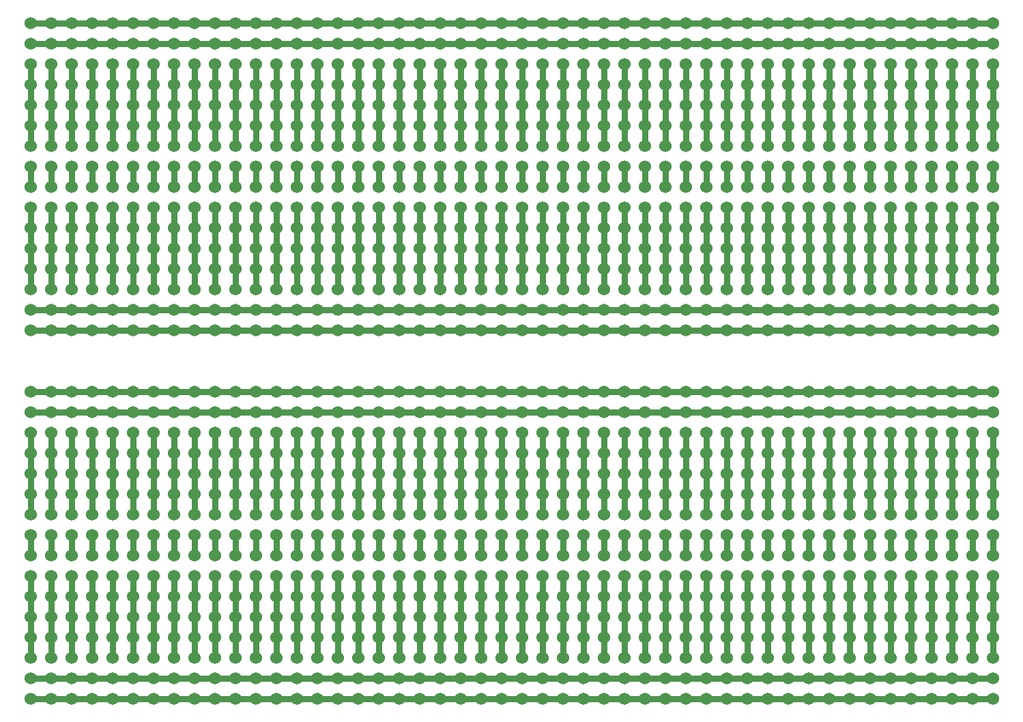
<source format=gbr>
%TF.GenerationSoftware,KiCad,Pcbnew,9.0.1*%
%TF.CreationDate,2025-05-06T23:53:55-04:00*%
%TF.ProjectId,KiCad_Stripboard,4b694361-645f-4537-9472-6970626f6172,rev?*%
%TF.SameCoordinates,Original*%
%TF.FileFunction,Copper,L1,Top*%
%TF.FilePolarity,Positive*%
%FSLAX46Y46*%
G04 Gerber Fmt 4.6, Leading zero omitted, Abs format (unit mm)*
G04 Created by KiCad (PCBNEW 9.0.1) date 2025-05-06 23:53:55*
%MOMM*%
%LPD*%
G01*
G04 APERTURE LIST*
%TA.AperFunction,ViaPad*%
%ADD10C,1.524000*%
%TD*%
%TA.AperFunction,Conductor*%
%ADD11C,0.750000*%
%TD*%
G04 APERTURE END LIST*
D10*
%TO.N,*%
X141825000Y-86470000D03*
X88485000Y-134730000D03*
X185005000Y-89010000D03*
X174845000Y-63610000D03*
X129125000Y-53450000D03*
X85945000Y-76310000D03*
X98645000Y-53450000D03*
X96105000Y-109330000D03*
X98645000Y-78850000D03*
X124045000Y-129650000D03*
X91025000Y-91550000D03*
X126585000Y-61070000D03*
X85945000Y-109330000D03*
X98645000Y-137270000D03*
X182465000Y-106790000D03*
X192625000Y-76310000D03*
X179925000Y-104250000D03*
X159605000Y-114410000D03*
X124045000Y-116950000D03*
X96105000Y-119490000D03*
X149445000Y-58530000D03*
X139285000Y-104250000D03*
X136745000Y-104250000D03*
X162145000Y-116950000D03*
X174845000Y-78850000D03*
X162145000Y-99170000D03*
X78325000Y-104250000D03*
X131665000Y-119490000D03*
X80865000Y-114410000D03*
X157065000Y-137270000D03*
X91025000Y-61070000D03*
X85945000Y-114410000D03*
X93565000Y-106790000D03*
X108805000Y-127110000D03*
X190085000Y-81390000D03*
X118965000Y-81390000D03*
X159605000Y-81390000D03*
X83405000Y-116950000D03*
X96105000Y-81390000D03*
X185005000Y-109330000D03*
X131665000Y-63610000D03*
X190085000Y-91550000D03*
X101185000Y-119490000D03*
X85945000Y-116950000D03*
X98645000Y-68690000D03*
X101185000Y-116950000D03*
X85945000Y-129650000D03*
X157065000Y-114410000D03*
X108805000Y-89010000D03*
X167225000Y-76310000D03*
X154525000Y-66150000D03*
X177385000Y-78850000D03*
X182465000Y-137270000D03*
X174845000Y-99170000D03*
X96105000Y-63610000D03*
X197705000Y-71230000D03*
X192625000Y-68690000D03*
X101185000Y-55990000D03*
X98645000Y-83930000D03*
X185005000Y-124570000D03*
X179925000Y-76310000D03*
X103725000Y-104250000D03*
X131665000Y-104250000D03*
X187545000Y-122030000D03*
X113885000Y-116950000D03*
X80865000Y-111870000D03*
X157065000Y-89010000D03*
X144365000Y-73770000D03*
X182465000Y-78850000D03*
X129125000Y-129650000D03*
X111345000Y-55990000D03*
X174845000Y-73770000D03*
X124045000Y-124570000D03*
X78325000Y-58530000D03*
X195165000Y-109330000D03*
X162145000Y-71230000D03*
X98645000Y-122030000D03*
X177385000Y-91550000D03*
X129125000Y-137270000D03*
X88485000Y-137270000D03*
X101185000Y-91550000D03*
X121505000Y-63610000D03*
X93565000Y-109330000D03*
X88485000Y-104250000D03*
X164685000Y-129650000D03*
X96105000Y-58530000D03*
X88485000Y-101710000D03*
X101185000Y-61070000D03*
X106265000Y-91550000D03*
X121505000Y-124570000D03*
X93565000Y-68690000D03*
X139285000Y-61070000D03*
X108805000Y-104250000D03*
X116425000Y-76310000D03*
X197705000Y-58530000D03*
X124045000Y-134730000D03*
X151985000Y-132190000D03*
X154525000Y-106790000D03*
X154525000Y-132190000D03*
X136745000Y-73770000D03*
X126585000Y-127110000D03*
X179925000Y-129650000D03*
X167225000Y-63610000D03*
X190085000Y-63610000D03*
X144365000Y-58530000D03*
X151985000Y-109330000D03*
X118965000Y-134730000D03*
X172305000Y-53450000D03*
X80865000Y-134730000D03*
X91025000Y-116950000D03*
X78325000Y-116950000D03*
X192625000Y-83930000D03*
X167225000Y-53450000D03*
X113885000Y-76310000D03*
X134205000Y-137270000D03*
X88485000Y-129650000D03*
X179925000Y-73770000D03*
X146905000Y-111870000D03*
X157065000Y-104250000D03*
X192625000Y-66150000D03*
X129125000Y-132190000D03*
X149445000Y-81390000D03*
X157065000Y-116950000D03*
X151985000Y-63610000D03*
X197705000Y-86470000D03*
X141825000Y-122030000D03*
X139285000Y-91550000D03*
X141825000Y-109330000D03*
X80865000Y-78850000D03*
X101185000Y-109330000D03*
X154525000Y-91550000D03*
X139285000Y-116950000D03*
X113885000Y-73770000D03*
X139285000Y-109330000D03*
X106265000Y-127110000D03*
X146905000Y-81390000D03*
X154525000Y-134730000D03*
X136745000Y-129650000D03*
X88485000Y-58530000D03*
X80865000Y-101710000D03*
X169765000Y-78850000D03*
X108805000Y-129650000D03*
X179925000Y-116950000D03*
X96105000Y-111870000D03*
X146905000Y-129650000D03*
X146905000Y-134730000D03*
X146905000Y-68690000D03*
X126585000Y-122030000D03*
X144365000Y-111870000D03*
X116425000Y-137270000D03*
X174845000Y-104250000D03*
X144365000Y-83930000D03*
X144365000Y-119490000D03*
X103725000Y-63610000D03*
X195165000Y-132190000D03*
X113885000Y-78850000D03*
X101185000Y-86470000D03*
X162145000Y-134730000D03*
X80865000Y-127110000D03*
X111345000Y-53450000D03*
X85945000Y-66150000D03*
X144365000Y-55990000D03*
X179925000Y-66150000D03*
X167225000Y-101710000D03*
X159605000Y-63610000D03*
X185005000Y-104250000D03*
X157065000Y-66150000D03*
X139285000Y-101710000D03*
X149445000Y-55990000D03*
X162145000Y-127110000D03*
X103725000Y-114410000D03*
X85945000Y-83930000D03*
X134205000Y-129650000D03*
X182465000Y-66150000D03*
X98645000Y-66150000D03*
X131665000Y-83930000D03*
X106265000Y-99170000D03*
X195165000Y-91550000D03*
X177385000Y-76310000D03*
X164685000Y-71230000D03*
X103725000Y-124570000D03*
X144365000Y-137270000D03*
X111345000Y-89010000D03*
X195165000Y-137270000D03*
X185005000Y-127110000D03*
X185005000Y-116950000D03*
X139285000Y-127110000D03*
X187545000Y-104250000D03*
X98645000Y-71230000D03*
X151985000Y-106790000D03*
X159605000Y-89010000D03*
X83405000Y-104250000D03*
X124045000Y-55990000D03*
X167225000Y-109330000D03*
X111345000Y-61070000D03*
X126585000Y-91550000D03*
X116425000Y-73770000D03*
X83405000Y-129650000D03*
X164685000Y-91550000D03*
X126585000Y-129650000D03*
X124045000Y-119490000D03*
X83405000Y-119490000D03*
X195165000Y-66150000D03*
X172305000Y-61070000D03*
X179925000Y-58530000D03*
X101185000Y-106790000D03*
X111345000Y-78850000D03*
X149445000Y-132190000D03*
X190085000Y-111870000D03*
X187545000Y-71230000D03*
X154525000Y-63610000D03*
X159605000Y-76310000D03*
X149445000Y-89010000D03*
X149445000Y-124570000D03*
X174845000Y-71230000D03*
X96105000Y-124570000D03*
X113885000Y-134730000D03*
X103725000Y-109330000D03*
X177385000Y-63610000D03*
X126585000Y-71230000D03*
X78325000Y-81390000D03*
X88485000Y-83930000D03*
X85945000Y-68690000D03*
X187545000Y-53450000D03*
X108805000Y-83930000D03*
X164685000Y-55990000D03*
X108805000Y-137270000D03*
X88485000Y-127110000D03*
X197705000Y-119490000D03*
X118965000Y-66150000D03*
X146905000Y-109330000D03*
X192625000Y-91550000D03*
X91025000Y-78850000D03*
X101185000Y-89010000D03*
X108805000Y-55990000D03*
X149445000Y-106790000D03*
X131665000Y-68690000D03*
X98645000Y-114410000D03*
X141825000Y-99170000D03*
X144365000Y-106790000D03*
X177385000Y-89010000D03*
X157065000Y-53450000D03*
X136745000Y-122030000D03*
X159605000Y-61070000D03*
X195165000Y-89010000D03*
X139285000Y-134730000D03*
X154525000Y-73770000D03*
X179925000Y-137270000D03*
X169765000Y-86470000D03*
X93565000Y-116950000D03*
X121505000Y-91550000D03*
X80865000Y-58530000D03*
X162145000Y-122030000D03*
X134205000Y-73770000D03*
X182465000Y-127110000D03*
X172305000Y-104250000D03*
X192625000Y-78850000D03*
X187545000Y-86470000D03*
X187545000Y-73770000D03*
X164685000Y-73770000D03*
X164685000Y-134730000D03*
X88485000Y-63610000D03*
X174845000Y-134730000D03*
X172305000Y-76310000D03*
X116425000Y-99170000D03*
X106265000Y-119490000D03*
X190085000Y-134730000D03*
X103725000Y-132190000D03*
X126585000Y-101710000D03*
X151985000Y-114410000D03*
X149445000Y-91550000D03*
X157065000Y-132190000D03*
X118965000Y-124570000D03*
X85945000Y-111870000D03*
X93565000Y-134730000D03*
X149445000Y-129650000D03*
X103725000Y-137270000D03*
X159605000Y-86470000D03*
X108805000Y-58530000D03*
X159605000Y-124570000D03*
X169765000Y-68690000D03*
X96105000Y-76310000D03*
X98645000Y-104250000D03*
X190085000Y-101710000D03*
X167225000Y-68690000D03*
X162145000Y-104250000D03*
X118965000Y-116950000D03*
X126585000Y-66150000D03*
X124045000Y-114410000D03*
X167225000Y-61070000D03*
X195165000Y-134730000D03*
X121505000Y-66150000D03*
X131665000Y-99170000D03*
X197705000Y-124570000D03*
X187545000Y-78850000D03*
X174845000Y-61070000D03*
X80865000Y-86470000D03*
X134205000Y-111870000D03*
X164685000Y-61070000D03*
X93565000Y-86470000D03*
X101185000Y-132190000D03*
X111345000Y-124570000D03*
X134205000Y-101710000D03*
X96105000Y-134730000D03*
X187545000Y-119490000D03*
X172305000Y-63610000D03*
X192625000Y-71230000D03*
X144365000Y-104250000D03*
X124045000Y-68690000D03*
X149445000Y-86470000D03*
X83405000Y-63610000D03*
X169765000Y-106790000D03*
X88485000Y-89010000D03*
X101185000Y-73770000D03*
X111345000Y-58530000D03*
X139285000Y-73770000D03*
X167225000Y-91550000D03*
X154525000Y-61070000D03*
X154525000Y-71230000D03*
X172305000Y-106790000D03*
X177385000Y-106790000D03*
X121505000Y-129650000D03*
X169765000Y-58530000D03*
X96105000Y-73770000D03*
X78325000Y-134730000D03*
X134205000Y-127110000D03*
X139285000Y-71230000D03*
X121505000Y-137270000D03*
X185005000Y-68690000D03*
X146905000Y-78850000D03*
X149445000Y-116950000D03*
X118965000Y-68690000D03*
X101185000Y-78850000D03*
X182465000Y-114410000D03*
X157065000Y-127110000D03*
X185005000Y-119490000D03*
X126585000Y-114410000D03*
X146905000Y-73770000D03*
X144365000Y-78850000D03*
X195165000Y-122030000D03*
X116425000Y-134730000D03*
X162145000Y-106790000D03*
X83405000Y-55990000D03*
X96105000Y-66150000D03*
X195165000Y-76310000D03*
X182465000Y-134730000D03*
X174845000Y-109330000D03*
X185005000Y-101710000D03*
X118965000Y-106790000D03*
X131665000Y-55990000D03*
X162145000Y-76310000D03*
X91025000Y-68690000D03*
X187545000Y-63610000D03*
X169765000Y-116950000D03*
X96105000Y-127110000D03*
X164685000Y-109330000D03*
X108805000Y-91550000D03*
X80865000Y-53450000D03*
X187545000Y-132190000D03*
X164685000Y-116950000D03*
X164685000Y-58530000D03*
X182465000Y-55990000D03*
X121505000Y-86470000D03*
X144365000Y-53450000D03*
X190085000Y-66150000D03*
X111345000Y-86470000D03*
X116425000Y-114410000D03*
X131665000Y-122030000D03*
X141825000Y-129650000D03*
X93565000Y-73770000D03*
X111345000Y-109330000D03*
X139285000Y-81390000D03*
X139285000Y-68690000D03*
X111345000Y-68690000D03*
X185005000Y-122030000D03*
X169765000Y-127110000D03*
X185005000Y-76310000D03*
X162145000Y-63610000D03*
X167225000Y-111870000D03*
X118965000Y-129650000D03*
X103725000Y-76310000D03*
X182465000Y-61070000D03*
X154525000Y-104250000D03*
X136745000Y-76310000D03*
X187545000Y-114410000D03*
X174845000Y-101710000D03*
X118965000Y-99170000D03*
X164685000Y-76310000D03*
X162145000Y-101710000D03*
X157065000Y-63610000D03*
X91025000Y-104250000D03*
X197705000Y-114410000D03*
X101185000Y-99170000D03*
X80865000Y-137270000D03*
X103725000Y-91550000D03*
X139285000Y-99170000D03*
X91025000Y-137270000D03*
X111345000Y-99170000D03*
X124045000Y-71230000D03*
X80865000Y-109330000D03*
X80865000Y-116950000D03*
X164685000Y-83930000D03*
X192625000Y-116950000D03*
X124045000Y-81390000D03*
X195165000Y-116950000D03*
X124045000Y-58530000D03*
X103725000Y-101710000D03*
X91025000Y-119490000D03*
X164685000Y-68690000D03*
X169765000Y-134730000D03*
X159605000Y-111870000D03*
X83405000Y-122030000D03*
X144365000Y-132190000D03*
X182465000Y-86470000D03*
X144365000Y-91550000D03*
X113885000Y-109330000D03*
X103725000Y-58530000D03*
X101185000Y-104250000D03*
X159605000Y-106790000D03*
X139285000Y-119490000D03*
X124045000Y-78850000D03*
X151985000Y-134730000D03*
X169765000Y-89010000D03*
X136745000Y-111870000D03*
X116425000Y-55990000D03*
X129125000Y-63610000D03*
X126585000Y-68690000D03*
X101185000Y-129650000D03*
X179925000Y-81390000D03*
X106265000Y-61070000D03*
X164685000Y-78850000D03*
X157065000Y-58530000D03*
X83405000Y-89010000D03*
X169765000Y-71230000D03*
X96105000Y-83930000D03*
X78325000Y-78850000D03*
X116425000Y-78850000D03*
X106265000Y-111870000D03*
X129125000Y-83930000D03*
X121505000Y-119490000D03*
X149445000Y-109330000D03*
X182465000Y-89010000D03*
X141825000Y-134730000D03*
X91025000Y-99170000D03*
X157065000Y-124570000D03*
X131665000Y-134730000D03*
X96105000Y-137270000D03*
X195165000Y-114410000D03*
X162145000Y-68690000D03*
X118965000Y-111870000D03*
X172305000Y-129650000D03*
X172305000Y-119490000D03*
X129125000Y-124570000D03*
X85945000Y-124570000D03*
X187545000Y-99170000D03*
X111345000Y-81390000D03*
X78325000Y-137270000D03*
X141825000Y-137270000D03*
X85945000Y-53450000D03*
X88485000Y-111870000D03*
X126585000Y-78850000D03*
X174845000Y-81390000D03*
X167225000Y-58530000D03*
X80865000Y-81390000D03*
X172305000Y-55990000D03*
X113885000Y-132190000D03*
X83405000Y-114410000D03*
X116425000Y-89010000D03*
X169765000Y-137270000D03*
X164685000Y-132190000D03*
X159605000Y-132190000D03*
X187545000Y-129650000D03*
X121505000Y-132190000D03*
X118965000Y-73770000D03*
X157065000Y-83930000D03*
X78325000Y-53450000D03*
X179925000Y-86470000D03*
X177385000Y-53450000D03*
X146905000Y-99170000D03*
X126585000Y-58530000D03*
X159605000Y-104250000D03*
X134205000Y-89010000D03*
X167225000Y-83930000D03*
X159605000Y-91550000D03*
X195165000Y-104250000D03*
X190085000Y-122030000D03*
X149445000Y-63610000D03*
X190085000Y-114410000D03*
X185005000Y-73770000D03*
X174845000Y-132190000D03*
X157065000Y-106790000D03*
X108805000Y-71230000D03*
X93565000Y-53450000D03*
X101185000Y-101710000D03*
X93565000Y-129650000D03*
X78325000Y-76310000D03*
X151985000Y-66150000D03*
X126585000Y-99170000D03*
X93565000Y-127110000D03*
X197705000Y-78850000D03*
X126585000Y-104250000D03*
X96105000Y-106790000D03*
X187545000Y-127110000D03*
X93565000Y-71230000D03*
X187545000Y-101710000D03*
X179925000Y-53450000D03*
X159605000Y-68690000D03*
X118965000Y-122030000D03*
X101185000Y-58530000D03*
X179925000Y-124570000D03*
X169765000Y-55990000D03*
X146905000Y-124570000D03*
X169765000Y-61070000D03*
X141825000Y-83930000D03*
X78325000Y-73770000D03*
X101185000Y-127110000D03*
X185005000Y-58530000D03*
X151985000Y-68690000D03*
X162145000Y-119490000D03*
X91025000Y-129650000D03*
X126585000Y-89010000D03*
X118965000Y-71230000D03*
X88485000Y-106790000D03*
X177385000Y-132190000D03*
X172305000Y-134730000D03*
X177385000Y-122030000D03*
X93565000Y-55990000D03*
X139285000Y-122030000D03*
X111345000Y-129650000D03*
X91025000Y-89010000D03*
X134205000Y-86470000D03*
X98645000Y-99170000D03*
X85945000Y-63610000D03*
X195165000Y-61070000D03*
X149445000Y-127110000D03*
X149445000Y-114410000D03*
X116425000Y-63610000D03*
X149445000Y-134730000D03*
X101185000Y-137270000D03*
X131665000Y-124570000D03*
X167225000Y-55990000D03*
X190085000Y-129650000D03*
X106265000Y-124570000D03*
X174845000Y-53450000D03*
X126585000Y-106790000D03*
X96105000Y-78850000D03*
X121505000Y-106790000D03*
X157065000Y-71230000D03*
X167225000Y-127110000D03*
X106265000Y-137270000D03*
X172305000Y-101710000D03*
X197705000Y-76310000D03*
X101185000Y-66150000D03*
X80865000Y-119490000D03*
X159605000Y-101710000D03*
X141825000Y-101710000D03*
X121505000Y-101710000D03*
X113885000Y-114410000D03*
X131665000Y-71230000D03*
X144365000Y-122030000D03*
X164685000Y-106790000D03*
X179925000Y-78850000D03*
X141825000Y-104250000D03*
X151985000Y-89010000D03*
X172305000Y-83930000D03*
X195165000Y-63610000D03*
X192625000Y-137270000D03*
X164685000Y-63610000D03*
X149445000Y-83930000D03*
X78325000Y-66150000D03*
X80865000Y-63610000D03*
X172305000Y-78850000D03*
X151985000Y-127110000D03*
X80865000Y-122030000D03*
X169765000Y-66150000D03*
X192625000Y-124570000D03*
X177385000Y-111870000D03*
X85945000Y-55990000D03*
X146905000Y-104250000D03*
X190085000Y-73770000D03*
X182465000Y-119490000D03*
X185005000Y-81390000D03*
X129125000Y-58530000D03*
X113885000Y-119490000D03*
X78325000Y-124570000D03*
X124045000Y-106790000D03*
X154525000Y-55990000D03*
X192625000Y-81390000D03*
X157065000Y-119490000D03*
X179925000Y-119490000D03*
X136745000Y-134730000D03*
X167225000Y-86470000D03*
X91025000Y-106790000D03*
X164685000Y-89010000D03*
X88485000Y-68690000D03*
X118965000Y-86470000D03*
X141825000Y-55990000D03*
X83405000Y-111870000D03*
X144365000Y-89010000D03*
X185005000Y-55990000D03*
X149445000Y-104250000D03*
X164685000Y-104250000D03*
X151985000Y-137270000D03*
X131665000Y-101710000D03*
X177385000Y-83930000D03*
X197705000Y-129650000D03*
X141825000Y-58530000D03*
X141825000Y-127110000D03*
X108805000Y-109330000D03*
X80865000Y-89010000D03*
X136745000Y-63610000D03*
X91025000Y-132190000D03*
X134205000Y-99170000D03*
X103725000Y-116950000D03*
X174845000Y-116950000D03*
X177385000Y-104250000D03*
X139285000Y-76310000D03*
X167225000Y-124570000D03*
X179925000Y-89010000D03*
X98645000Y-129650000D03*
X124045000Y-61070000D03*
X182465000Y-104250000D03*
X144365000Y-134730000D03*
X182465000Y-63610000D03*
X167225000Y-114410000D03*
X174845000Y-111870000D03*
X197705000Y-134730000D03*
X124045000Y-101710000D03*
X129125000Y-89010000D03*
X157065000Y-91550000D03*
X111345000Y-134730000D03*
X98645000Y-86470000D03*
X103725000Y-71230000D03*
X101185000Y-122030000D03*
X139285000Y-124570000D03*
X172305000Y-132190000D03*
X179925000Y-122030000D03*
X113885000Y-106790000D03*
X197705000Y-104250000D03*
X167225000Y-78850000D03*
X108805000Y-86470000D03*
X162145000Y-61070000D03*
X85945000Y-89010000D03*
X159605000Y-134730000D03*
X83405000Y-91550000D03*
X177385000Y-134730000D03*
X113885000Y-137270000D03*
X134205000Y-55990000D03*
X93565000Y-83930000D03*
X151985000Y-104250000D03*
X129125000Y-101710000D03*
X164685000Y-66150000D03*
X182465000Y-81390000D03*
X136745000Y-99170000D03*
X182465000Y-53450000D03*
X80865000Y-132190000D03*
X192625000Y-58530000D03*
X190085000Y-99170000D03*
X134205000Y-122030000D03*
X126585000Y-81390000D03*
X108805000Y-63610000D03*
X154525000Y-89010000D03*
X91025000Y-73770000D03*
X187545000Y-109330000D03*
X172305000Y-89010000D03*
X113885000Y-127110000D03*
X121505000Y-76310000D03*
X144365000Y-68690000D03*
X169765000Y-111870000D03*
X118965000Y-78850000D03*
X88485000Y-99170000D03*
X121505000Y-78850000D03*
X131665000Y-73770000D03*
X103725000Y-127110000D03*
X103725000Y-55990000D03*
X131665000Y-132190000D03*
X101185000Y-124570000D03*
X88485000Y-124570000D03*
X162145000Y-129650000D03*
X134205000Y-61070000D03*
X192625000Y-129650000D03*
X172305000Y-116950000D03*
X136745000Y-78850000D03*
X157065000Y-55990000D03*
X185005000Y-86470000D03*
X197705000Y-73770000D03*
X162145000Y-81390000D03*
X88485000Y-53450000D03*
X141825000Y-78850000D03*
X134205000Y-63610000D03*
X106265000Y-106790000D03*
X116425000Y-124570000D03*
X151985000Y-99170000D03*
X98645000Y-124570000D03*
X116425000Y-122030000D03*
X103725000Y-73770000D03*
X144365000Y-71230000D03*
X182465000Y-83930000D03*
X162145000Y-53450000D03*
X126585000Y-83930000D03*
X139285000Y-137270000D03*
X195165000Y-86470000D03*
X116425000Y-53450000D03*
X146905000Y-122030000D03*
X126585000Y-116950000D03*
X174845000Y-89010000D03*
X91025000Y-124570000D03*
X121505000Y-99170000D03*
X134205000Y-71230000D03*
X141825000Y-76310000D03*
X124045000Y-86470000D03*
X167225000Y-81390000D03*
X106265000Y-68690000D03*
X172305000Y-73770000D03*
X78325000Y-86470000D03*
X85945000Y-58530000D03*
X83405000Y-58530000D03*
X91025000Y-76310000D03*
X192625000Y-73770000D03*
X98645000Y-76310000D03*
X190085000Y-78850000D03*
X106265000Y-71230000D03*
X98645000Y-73770000D03*
X182465000Y-91550000D03*
X78325000Y-127110000D03*
X136745000Y-101710000D03*
X113885000Y-66150000D03*
X139285000Y-106790000D03*
X124045000Y-99170000D03*
X190085000Y-89010000D03*
X88485000Y-116950000D03*
X106265000Y-53450000D03*
X78325000Y-129650000D03*
X151985000Y-81390000D03*
X129125000Y-81390000D03*
X146905000Y-63610000D03*
X149445000Y-71230000D03*
X78325000Y-99170000D03*
X139285000Y-129650000D03*
X169765000Y-119490000D03*
X124045000Y-109330000D03*
X172305000Y-91550000D03*
X192625000Y-132190000D03*
X116425000Y-127110000D03*
X129125000Y-73770000D03*
X116425000Y-71230000D03*
X136745000Y-66150000D03*
X144365000Y-99170000D03*
X141825000Y-91550000D03*
X136745000Y-106790000D03*
X124045000Y-127110000D03*
X151985000Y-55990000D03*
X118965000Y-91550000D03*
X197705000Y-116950000D03*
X106265000Y-55990000D03*
X108805000Y-61070000D03*
X151985000Y-122030000D03*
X80865000Y-71230000D03*
X190085000Y-71230000D03*
X177385000Y-73770000D03*
X197705000Y-99170000D03*
X197705000Y-132190000D03*
X177385000Y-116950000D03*
X129125000Y-55990000D03*
X146905000Y-55990000D03*
X80865000Y-99170000D03*
X167225000Y-104250000D03*
X106265000Y-58530000D03*
X179925000Y-63610000D03*
X116425000Y-116950000D03*
X154525000Y-127110000D03*
X192625000Y-111870000D03*
X126585000Y-134730000D03*
X146905000Y-53450000D03*
X144365000Y-109330000D03*
X167225000Y-73770000D03*
X88485000Y-76310000D03*
X83405000Y-86470000D03*
X103725000Y-89010000D03*
X136745000Y-89010000D03*
X93565000Y-114410000D03*
X162145000Y-114410000D03*
X154525000Y-129650000D03*
X131665000Y-111870000D03*
X190085000Y-127110000D03*
X106265000Y-122030000D03*
X174845000Y-124570000D03*
X103725000Y-119490000D03*
X131665000Y-91550000D03*
X134205000Y-81390000D03*
X118965000Y-101710000D03*
X185005000Y-83930000D03*
X85945000Y-71230000D03*
X78325000Y-122030000D03*
X185005000Y-106790000D03*
X179925000Y-132190000D03*
X159605000Y-137270000D03*
X129125000Y-61070000D03*
X169765000Y-73770000D03*
X136745000Y-109330000D03*
X106265000Y-73770000D03*
X98645000Y-63610000D03*
X141825000Y-132190000D03*
X174845000Y-66150000D03*
X195165000Y-127110000D03*
X83405000Y-83930000D03*
X103725000Y-122030000D03*
X151985000Y-86470000D03*
X154525000Y-53450000D03*
X190085000Y-106790000D03*
X146905000Y-76310000D03*
X167225000Y-134730000D03*
X157065000Y-101710000D03*
X136745000Y-137270000D03*
X187545000Y-137270000D03*
X134205000Y-106790000D03*
X177385000Y-99170000D03*
X172305000Y-86470000D03*
X131665000Y-61070000D03*
X159605000Y-66150000D03*
X136745000Y-71230000D03*
X136745000Y-58530000D03*
X116425000Y-81390000D03*
X116425000Y-91550000D03*
X182465000Y-132190000D03*
X159605000Y-109330000D03*
X177385000Y-127110000D03*
X113885000Y-81390000D03*
X98645000Y-134730000D03*
X146905000Y-61070000D03*
X157065000Y-122030000D03*
X113885000Y-129650000D03*
X93565000Y-104250000D03*
X174845000Y-106790000D03*
X91025000Y-114410000D03*
X83405000Y-124570000D03*
X151985000Y-76310000D03*
X185005000Y-78850000D03*
X169765000Y-76310000D03*
X116425000Y-129650000D03*
X185005000Y-66150000D03*
X108805000Y-68690000D03*
X113885000Y-124570000D03*
X78325000Y-61070000D03*
X154525000Y-116950000D03*
X139285000Y-132190000D03*
X106265000Y-134730000D03*
X96105000Y-89010000D03*
X154525000Y-101710000D03*
X197705000Y-61070000D03*
X187545000Y-134730000D03*
X185005000Y-134730000D03*
X144365000Y-127110000D03*
X192625000Y-134730000D03*
X179925000Y-114410000D03*
X96105000Y-55990000D03*
X131665000Y-129650000D03*
X108805000Y-124570000D03*
X91025000Y-53450000D03*
X141825000Y-53450000D03*
X124045000Y-111870000D03*
X121505000Y-127110000D03*
X131665000Y-86470000D03*
X134205000Y-109330000D03*
X154525000Y-122030000D03*
X106265000Y-101710000D03*
X96105000Y-68690000D03*
X108805000Y-73770000D03*
X179925000Y-99170000D03*
X85945000Y-127110000D03*
X113885000Y-68690000D03*
X146905000Y-91550000D03*
X83405000Y-78850000D03*
X169765000Y-83930000D03*
X116425000Y-86470000D03*
X177385000Y-61070000D03*
X197705000Y-89010000D03*
X185005000Y-129650000D03*
X197705000Y-101710000D03*
X185005000Y-137270000D03*
X121505000Y-116950000D03*
X195165000Y-99170000D03*
X118965000Y-83930000D03*
X116425000Y-61070000D03*
X131665000Y-106790000D03*
X192625000Y-106790000D03*
X93565000Y-124570000D03*
X129125000Y-116950000D03*
X149445000Y-122030000D03*
X96105000Y-114410000D03*
X190085000Y-116950000D03*
X149445000Y-101710000D03*
X149445000Y-68690000D03*
X129125000Y-78850000D03*
X103725000Y-61070000D03*
X88485000Y-132190000D03*
X116425000Y-101710000D03*
X197705000Y-68690000D03*
X118965000Y-76310000D03*
X78325000Y-71230000D03*
X121505000Y-109330000D03*
X159605000Y-83930000D03*
X157065000Y-81390000D03*
X187545000Y-58530000D03*
X116425000Y-68690000D03*
X192625000Y-55990000D03*
X126585000Y-86470000D03*
X174845000Y-55990000D03*
X185005000Y-111870000D03*
X106265000Y-63610000D03*
X136745000Y-119490000D03*
X144365000Y-81390000D03*
X98645000Y-101710000D03*
X179925000Y-61070000D03*
X88485000Y-66150000D03*
X141825000Y-68690000D03*
X93565000Y-122030000D03*
X111345000Y-114410000D03*
X136745000Y-91550000D03*
X116425000Y-109330000D03*
X124045000Y-76310000D03*
X101185000Y-134730000D03*
X187545000Y-68690000D03*
X121505000Y-58530000D03*
X151985000Y-61070000D03*
X151985000Y-73770000D03*
X141825000Y-66150000D03*
X85945000Y-104250000D03*
X126585000Y-124570000D03*
X126585000Y-76310000D03*
X96105000Y-116950000D03*
X131665000Y-127110000D03*
X182465000Y-101710000D03*
X83405000Y-134730000D03*
X98645000Y-61070000D03*
X169765000Y-53450000D03*
X88485000Y-78850000D03*
X192625000Y-101710000D03*
X80865000Y-91550000D03*
X134205000Y-53450000D03*
X98645000Y-109330000D03*
X108805000Y-106790000D03*
X144365000Y-76310000D03*
X187545000Y-111870000D03*
X131665000Y-53450000D03*
X124045000Y-63610000D03*
X106265000Y-76310000D03*
X162145000Y-132190000D03*
X113885000Y-89010000D03*
X190085000Y-83930000D03*
X78325000Y-83930000D03*
X96105000Y-129650000D03*
X174845000Y-86470000D03*
X151985000Y-129650000D03*
X85945000Y-91550000D03*
X91025000Y-111870000D03*
X93565000Y-61070000D03*
X159605000Y-129650000D03*
X179925000Y-109330000D03*
X179925000Y-83930000D03*
X83405000Y-81390000D03*
X195165000Y-111870000D03*
X78325000Y-101710000D03*
X101185000Y-53450000D03*
X106265000Y-132190000D03*
X157065000Y-86470000D03*
X139285000Y-66150000D03*
X197705000Y-122030000D03*
X185005000Y-114410000D03*
X134205000Y-58530000D03*
X118965000Y-89010000D03*
X78325000Y-109330000D03*
X111345000Y-76310000D03*
X182465000Y-129650000D03*
X162145000Y-124570000D03*
X96105000Y-53450000D03*
X169765000Y-109330000D03*
X151985000Y-111870000D03*
X182465000Y-68690000D03*
X185005000Y-91550000D03*
X80865000Y-66150000D03*
X118965000Y-119490000D03*
X134205000Y-66150000D03*
X96105000Y-86470000D03*
X141825000Y-81390000D03*
X118965000Y-53450000D03*
X134205000Y-104250000D03*
X197705000Y-91550000D03*
X93565000Y-99170000D03*
X121505000Y-71230000D03*
X124045000Y-89010000D03*
X190085000Y-76310000D03*
X101185000Y-111870000D03*
X197705000Y-137270000D03*
X78325000Y-63610000D03*
X167225000Y-132190000D03*
X192625000Y-99170000D03*
X106265000Y-89010000D03*
X124045000Y-137270000D03*
X174845000Y-119490000D03*
X164685000Y-86470000D03*
X85945000Y-61070000D03*
X121505000Y-104250000D03*
X141825000Y-124570000D03*
X141825000Y-89010000D03*
X134205000Y-91550000D03*
X139285000Y-89010000D03*
X197705000Y-66150000D03*
X111345000Y-73770000D03*
X93565000Y-132190000D03*
X103725000Y-68690000D03*
X151985000Y-91550000D03*
X108805000Y-119490000D03*
X103725000Y-83930000D03*
X195165000Y-119490000D03*
X101185000Y-63610000D03*
X126585000Y-53450000D03*
X85945000Y-81390000D03*
X192625000Y-122030000D03*
X149445000Y-78850000D03*
X162145000Y-73770000D03*
X101185000Y-68690000D03*
X83405000Y-68690000D03*
X80865000Y-129650000D03*
X78325000Y-55990000D03*
X78325000Y-119490000D03*
X111345000Y-71230000D03*
X131665000Y-66150000D03*
X146905000Y-89010000D03*
X162145000Y-78850000D03*
X121505000Y-134730000D03*
X113885000Y-58530000D03*
X169765000Y-63610000D03*
X129125000Y-114410000D03*
X108805000Y-111870000D03*
X149445000Y-66150000D03*
X187545000Y-116950000D03*
X118965000Y-132190000D03*
X146905000Y-132190000D03*
X113885000Y-53450000D03*
X169765000Y-101710000D03*
X151985000Y-116950000D03*
X190085000Y-86470000D03*
X182465000Y-73770000D03*
X129125000Y-106790000D03*
X195165000Y-53450000D03*
X118965000Y-55990000D03*
X149445000Y-111870000D03*
X179925000Y-68690000D03*
X103725000Y-78850000D03*
X172305000Y-127110000D03*
X164685000Y-137270000D03*
X190085000Y-55990000D03*
X118965000Y-104250000D03*
X129125000Y-111870000D03*
X174845000Y-122030000D03*
X121505000Y-68690000D03*
X192625000Y-89010000D03*
X78325000Y-111870000D03*
X146905000Y-58530000D03*
X162145000Y-109330000D03*
X131665000Y-137270000D03*
X111345000Y-116950000D03*
X167225000Y-122030000D03*
X91025000Y-127110000D03*
X192625000Y-127110000D03*
X164685000Y-111870000D03*
X172305000Y-124570000D03*
X139285000Y-114410000D03*
X113885000Y-104250000D03*
X83405000Y-132190000D03*
X190085000Y-119490000D03*
X83405000Y-73770000D03*
X151985000Y-101710000D03*
X121505000Y-122030000D03*
X129125000Y-134730000D03*
X136745000Y-53450000D03*
X157065000Y-111870000D03*
X149445000Y-99170000D03*
X85945000Y-73770000D03*
X154525000Y-81390000D03*
X136745000Y-61070000D03*
X101185000Y-83930000D03*
X136745000Y-55990000D03*
X146905000Y-116950000D03*
X134205000Y-68690000D03*
X126585000Y-111870000D03*
X187545000Y-91550000D03*
X177385000Y-58530000D03*
X190085000Y-109330000D03*
X91025000Y-122030000D03*
X111345000Y-127110000D03*
X83405000Y-137270000D03*
X182465000Y-58530000D03*
X96105000Y-91550000D03*
X146905000Y-83930000D03*
X174845000Y-83930000D03*
X179925000Y-111870000D03*
X93565000Y-81390000D03*
X157065000Y-68690000D03*
X162145000Y-91550000D03*
X190085000Y-124570000D03*
X167225000Y-119490000D03*
X98645000Y-132190000D03*
X106265000Y-83930000D03*
X162145000Y-89010000D03*
X192625000Y-119490000D03*
X121505000Y-89010000D03*
X159605000Y-78850000D03*
X179925000Y-71230000D03*
X80865000Y-68690000D03*
X111345000Y-106790000D03*
X141825000Y-111870000D03*
X195165000Y-73770000D03*
X195165000Y-55990000D03*
X174845000Y-114410000D03*
X177385000Y-66150000D03*
X124045000Y-73770000D03*
X131665000Y-109330000D03*
X108805000Y-114410000D03*
X157065000Y-129650000D03*
X111345000Y-122030000D03*
X111345000Y-132190000D03*
X113885000Y-101710000D03*
X195165000Y-106790000D03*
X103725000Y-134730000D03*
X111345000Y-101710000D03*
X172305000Y-71230000D03*
X108805000Y-134730000D03*
X179925000Y-101710000D03*
X141825000Y-61070000D03*
X103725000Y-53450000D03*
X121505000Y-73770000D03*
X98645000Y-89010000D03*
X154525000Y-137270000D03*
X78325000Y-68690000D03*
X93565000Y-89010000D03*
X106265000Y-114410000D03*
X190085000Y-104250000D03*
X80865000Y-83930000D03*
X85945000Y-122030000D03*
X108805000Y-116950000D03*
X197705000Y-106790000D03*
X121505000Y-53450000D03*
X139285000Y-86470000D03*
X197705000Y-81390000D03*
X192625000Y-104250000D03*
X131665000Y-76310000D03*
X177385000Y-55990000D03*
X177385000Y-109330000D03*
X172305000Y-114410000D03*
X101185000Y-71230000D03*
X124045000Y-132190000D03*
X187545000Y-89010000D03*
X172305000Y-109330000D03*
X182465000Y-124570000D03*
X144365000Y-63610000D03*
X136745000Y-127110000D03*
X113885000Y-122030000D03*
X197705000Y-53450000D03*
X111345000Y-119490000D03*
X144365000Y-86470000D03*
X164685000Y-114410000D03*
X93565000Y-91550000D03*
X126585000Y-109330000D03*
X167225000Y-89010000D03*
X172305000Y-66150000D03*
X88485000Y-81390000D03*
X129125000Y-71230000D03*
X151985000Y-58530000D03*
X131665000Y-81390000D03*
X118965000Y-58530000D03*
X88485000Y-109330000D03*
X154525000Y-83930000D03*
X187545000Y-61070000D03*
X108805000Y-66150000D03*
X195165000Y-129650000D03*
X106265000Y-86470000D03*
X159605000Y-99170000D03*
X177385000Y-124570000D03*
X162145000Y-58530000D03*
X151985000Y-119490000D03*
X174845000Y-127110000D03*
X93565000Y-119490000D03*
X139285000Y-83930000D03*
X116425000Y-83930000D03*
X98645000Y-111870000D03*
X88485000Y-73770000D03*
X85945000Y-106790000D03*
X190085000Y-53450000D03*
X80865000Y-106790000D03*
X151985000Y-78850000D03*
X106265000Y-66150000D03*
X187545000Y-83930000D03*
X139285000Y-58530000D03*
X129125000Y-68690000D03*
X136745000Y-132190000D03*
X182465000Y-109330000D03*
X157065000Y-76310000D03*
X192625000Y-63610000D03*
X182465000Y-99170000D03*
X124045000Y-91550000D03*
X146905000Y-101710000D03*
X124045000Y-53450000D03*
X141825000Y-73770000D03*
X111345000Y-137270000D03*
X85945000Y-132190000D03*
X151985000Y-83930000D03*
X185005000Y-99170000D03*
X157065000Y-73770000D03*
X80865000Y-76310000D03*
X96105000Y-104250000D03*
X195165000Y-58530000D03*
X154525000Y-124570000D03*
X144365000Y-61070000D03*
X195165000Y-78850000D03*
X93565000Y-66150000D03*
X85945000Y-119490000D03*
X167225000Y-71230000D03*
X129125000Y-99170000D03*
X85945000Y-137270000D03*
X197705000Y-127110000D03*
X101185000Y-81390000D03*
X164685000Y-127110000D03*
X146905000Y-86470000D03*
X159605000Y-119490000D03*
X136745000Y-116950000D03*
X129125000Y-91550000D03*
X116425000Y-111870000D03*
X195165000Y-68690000D03*
X103725000Y-99170000D03*
X85945000Y-86470000D03*
X146905000Y-127110000D03*
X141825000Y-116950000D03*
X169765000Y-122030000D03*
X136745000Y-83930000D03*
X141825000Y-71230000D03*
X167225000Y-106790000D03*
X141825000Y-114410000D03*
X91025000Y-58530000D03*
X108805000Y-132190000D03*
X174845000Y-137270000D03*
X85945000Y-99170000D03*
X113885000Y-111870000D03*
X172305000Y-137270000D03*
X177385000Y-71230000D03*
X106265000Y-78850000D03*
X83405000Y-106790000D03*
X113885000Y-86470000D03*
X146905000Y-119490000D03*
X149445000Y-137270000D03*
X141825000Y-119490000D03*
X154525000Y-119490000D03*
X172305000Y-99170000D03*
X187545000Y-66150000D03*
X83405000Y-53450000D03*
X174845000Y-76310000D03*
X187545000Y-55990000D03*
X85945000Y-101710000D03*
X126585000Y-137270000D03*
X124045000Y-104250000D03*
X195165000Y-71230000D03*
X121505000Y-81390000D03*
X157065000Y-78850000D03*
X185005000Y-132190000D03*
X78325000Y-106790000D03*
X169765000Y-81390000D03*
X185005000Y-71230000D03*
X88485000Y-71230000D03*
X85945000Y-78850000D03*
X118965000Y-114410000D03*
X159605000Y-116950000D03*
X88485000Y-61070000D03*
X111345000Y-63610000D03*
X129125000Y-66150000D03*
X174845000Y-91550000D03*
X103725000Y-111870000D03*
X111345000Y-104250000D03*
X134205000Y-116950000D03*
X177385000Y-129650000D03*
X108805000Y-76310000D03*
X91025000Y-101710000D03*
X131665000Y-114410000D03*
X139285000Y-78850000D03*
X116425000Y-66150000D03*
X96105000Y-71230000D03*
X88485000Y-55990000D03*
X154525000Y-99170000D03*
X187545000Y-76310000D03*
X190085000Y-58530000D03*
X91025000Y-71230000D03*
X131665000Y-78850000D03*
X106265000Y-109330000D03*
X98645000Y-91550000D03*
X159605000Y-58530000D03*
X126585000Y-132190000D03*
X129125000Y-119490000D03*
X91025000Y-134730000D03*
X121505000Y-55990000D03*
X98645000Y-119490000D03*
X93565000Y-137270000D03*
X149445000Y-119490000D03*
X134205000Y-132190000D03*
X157065000Y-61070000D03*
X146905000Y-114410000D03*
X159605000Y-73770000D03*
X177385000Y-68690000D03*
X116425000Y-119490000D03*
X169765000Y-124570000D03*
X169765000Y-104250000D03*
X91025000Y-63610000D03*
X182465000Y-111870000D03*
X88485000Y-114410000D03*
X144365000Y-101710000D03*
X83405000Y-76310000D03*
X197705000Y-55990000D03*
X177385000Y-101710000D03*
X91025000Y-66150000D03*
X162145000Y-137270000D03*
X157065000Y-134730000D03*
X134205000Y-134730000D03*
X88485000Y-122030000D03*
X167225000Y-66150000D03*
X134205000Y-119490000D03*
X91025000Y-83930000D03*
X187545000Y-81390000D03*
X98645000Y-116950000D03*
X134205000Y-83930000D03*
X154525000Y-68690000D03*
X139285000Y-111870000D03*
X108805000Y-99170000D03*
X172305000Y-58530000D03*
X131665000Y-58530000D03*
X192625000Y-61070000D03*
X118965000Y-63610000D03*
X118965000Y-61070000D03*
X98645000Y-55990000D03*
X149445000Y-53450000D03*
X197705000Y-63610000D03*
X139285000Y-63610000D03*
X129125000Y-76310000D03*
X174845000Y-68690000D03*
X80865000Y-55990000D03*
X144365000Y-66150000D03*
X91025000Y-86470000D03*
X192625000Y-53450000D03*
X139285000Y-53450000D03*
X129125000Y-86470000D03*
X177385000Y-137270000D03*
X113885000Y-61070000D03*
X177385000Y-86470000D03*
X154525000Y-86470000D03*
X118965000Y-127110000D03*
X164685000Y-99170000D03*
X167225000Y-137270000D03*
X144365000Y-114410000D03*
X80865000Y-61070000D03*
X93565000Y-101710000D03*
X136745000Y-81390000D03*
X195165000Y-83930000D03*
X164685000Y-101710000D03*
X113885000Y-63610000D03*
X136745000Y-114410000D03*
X108805000Y-122030000D03*
X179925000Y-106790000D03*
X149445000Y-61070000D03*
X118965000Y-109330000D03*
X167225000Y-129650000D03*
X136745000Y-86470000D03*
X136745000Y-68690000D03*
X146905000Y-137270000D03*
X154525000Y-76310000D03*
X83405000Y-101710000D03*
X106265000Y-81390000D03*
X108805000Y-81390000D03*
X121505000Y-83930000D03*
X83405000Y-71230000D03*
X154525000Y-58530000D03*
X172305000Y-81390000D03*
X162145000Y-86470000D03*
X192625000Y-109330000D03*
X162145000Y-83930000D03*
X129125000Y-127110000D03*
X93565000Y-58530000D03*
X172305000Y-122030000D03*
X185005000Y-63610000D03*
X190085000Y-61070000D03*
X116425000Y-104250000D03*
X167225000Y-116950000D03*
X98645000Y-106790000D03*
X118965000Y-137270000D03*
X162145000Y-55990000D03*
X116425000Y-106790000D03*
X103725000Y-66150000D03*
X164685000Y-124570000D03*
X124045000Y-122030000D03*
X192625000Y-86470000D03*
X103725000Y-81390000D03*
X83405000Y-127110000D03*
X134205000Y-76310000D03*
X88485000Y-91550000D03*
X103725000Y-106790000D03*
X177385000Y-114410000D03*
X83405000Y-109330000D03*
X96105000Y-132190000D03*
X98645000Y-58530000D03*
X151985000Y-124570000D03*
X190085000Y-137270000D03*
X182465000Y-71230000D03*
X177385000Y-119490000D03*
X182465000Y-122030000D03*
X159605000Y-122030000D03*
X157065000Y-109330000D03*
X162145000Y-111870000D03*
X131665000Y-89010000D03*
X80865000Y-124570000D03*
X93565000Y-78850000D03*
X121505000Y-111870000D03*
X96105000Y-122030000D03*
X83405000Y-66150000D03*
X164685000Y-81390000D03*
X195165000Y-101710000D03*
X93565000Y-76310000D03*
X85945000Y-134730000D03*
X146905000Y-71230000D03*
X126585000Y-119490000D03*
X116425000Y-58530000D03*
X187545000Y-106790000D03*
X159605000Y-127110000D03*
X96105000Y-101710000D03*
X126585000Y-55990000D03*
X103725000Y-86470000D03*
X78325000Y-89010000D03*
X144365000Y-116950000D03*
X124045000Y-66150000D03*
X174845000Y-58530000D03*
X88485000Y-86470000D03*
X154525000Y-109330000D03*
X172305000Y-68690000D03*
X83405000Y-99170000D03*
X141825000Y-63610000D03*
X136745000Y-124570000D03*
X101185000Y-76310000D03*
X157065000Y-99170000D03*
X159605000Y-55990000D03*
X108805000Y-53450000D03*
X124045000Y-83930000D03*
X108805000Y-101710000D03*
X111345000Y-111870000D03*
X121505000Y-114410000D03*
X146905000Y-106790000D03*
X139285000Y-55990000D03*
X185005000Y-61070000D03*
X154525000Y-78850000D03*
X195165000Y-81390000D03*
X169765000Y-99170000D03*
X151985000Y-71230000D03*
X103725000Y-129650000D03*
X179925000Y-91550000D03*
X169765000Y-114410000D03*
X116425000Y-132190000D03*
X113885000Y-83930000D03*
X78325000Y-114410000D03*
X106265000Y-104250000D03*
X192625000Y-114410000D03*
X159605000Y-53450000D03*
X96105000Y-99170000D03*
X111345000Y-83930000D03*
X106265000Y-129650000D03*
X78325000Y-91550000D03*
X151985000Y-53450000D03*
X91025000Y-55990000D03*
X129125000Y-109330000D03*
X185005000Y-53450000D03*
X154525000Y-114410000D03*
X129125000Y-104250000D03*
X162145000Y-66150000D03*
X91025000Y-109330000D03*
X159605000Y-71230000D03*
X167225000Y-99170000D03*
X88485000Y-119490000D03*
X195165000Y-124570000D03*
X179925000Y-134730000D03*
X98645000Y-127110000D03*
X149445000Y-76310000D03*
X111345000Y-66150000D03*
X187545000Y-124570000D03*
X141825000Y-106790000D03*
X80865000Y-73770000D03*
X98645000Y-81390000D03*
X134205000Y-124570000D03*
X78325000Y-132190000D03*
X164685000Y-119490000D03*
X129125000Y-122030000D03*
X113885000Y-55990000D03*
X182465000Y-116950000D03*
X113885000Y-99170000D03*
X146905000Y-66150000D03*
X154525000Y-111870000D03*
X83405000Y-61070000D03*
X106265000Y-116950000D03*
X144365000Y-124570000D03*
X134205000Y-78850000D03*
X134205000Y-114410000D03*
X179925000Y-55990000D03*
X131665000Y-116950000D03*
X101185000Y-114410000D03*
X149445000Y-73770000D03*
X164685000Y-122030000D03*
X113885000Y-91550000D03*
X174845000Y-129650000D03*
X144365000Y-129650000D03*
X93565000Y-63610000D03*
X126585000Y-63610000D03*
X80865000Y-104250000D03*
X169765000Y-129650000D03*
X111345000Y-91550000D03*
X108805000Y-78850000D03*
X121505000Y-61070000D03*
X113885000Y-71230000D03*
X182465000Y-76310000D03*
X190085000Y-68690000D03*
X126585000Y-73770000D03*
X96105000Y-61070000D03*
X93565000Y-111870000D03*
X190085000Y-132190000D03*
X169765000Y-132190000D03*
X179925000Y-127110000D03*
X91025000Y-81390000D03*
X177385000Y-81390000D03*
X197705000Y-109330000D03*
X197705000Y-111870000D03*
X197705000Y-83930000D03*
X164685000Y-53450000D03*
X172305000Y-111870000D03*
X169765000Y-91550000D03*
%TD*%
D11*
%TO.N,*%
X195160000Y-122030000D02*
X195160000Y-124570000D01*
X195160000Y-124570000D02*
X195160000Y-127110000D01*
X195160000Y-127110000D02*
X195160000Y-129650000D01*
X195160000Y-129650000D02*
X195160000Y-132190000D01*
X192620000Y-122030000D02*
X192620000Y-124570000D01*
X192620000Y-124570000D02*
X192620000Y-127110000D01*
X192620000Y-127110000D02*
X192620000Y-129650000D01*
X192620000Y-129650000D02*
X192620000Y-132190000D01*
X190080000Y-122030000D02*
X190080000Y-124570000D01*
X190080000Y-124570000D02*
X190080000Y-127110000D01*
X190080000Y-127110000D02*
X190080000Y-129650000D01*
X190080000Y-129650000D02*
X190080000Y-132190000D01*
X187540000Y-122030000D02*
X187540000Y-124570000D01*
X187540000Y-124570000D02*
X187540000Y-127110000D01*
X187540000Y-127110000D02*
X187540000Y-129650000D01*
X187540000Y-129650000D02*
X187540000Y-132190000D01*
X185000000Y-122030000D02*
X185000000Y-124570000D01*
X185000000Y-124570000D02*
X185000000Y-127110000D01*
X185000000Y-127110000D02*
X185000000Y-129650000D01*
X185000000Y-129650000D02*
X185000000Y-132190000D01*
X182460000Y-129650000D02*
X182460000Y-132190000D01*
X179920000Y-129650000D02*
X179920000Y-132190000D01*
X182460000Y-127110000D02*
X182460000Y-129650000D01*
X179920000Y-127110000D02*
X179920000Y-129650000D01*
X182460000Y-122030000D02*
X182460000Y-124570000D01*
X182460000Y-124570000D02*
X182460000Y-127110000D01*
X179920000Y-124570000D02*
X179920000Y-127110000D01*
X179920000Y-122030000D02*
X179920000Y-124570000D01*
X177380000Y-124570000D02*
X177380000Y-127110000D01*
X174840000Y-124570000D02*
X174840000Y-127110000D01*
X177380000Y-122030000D02*
X177380000Y-124570000D01*
X169760000Y-124570000D02*
X169760000Y-127110000D01*
X174840000Y-122030000D02*
X174840000Y-124570000D01*
X172300000Y-124570000D02*
X172300000Y-127110000D01*
X172300000Y-122030000D02*
X172300000Y-124570000D01*
X169760000Y-122030000D02*
X169760000Y-124570000D01*
X177380000Y-129650000D02*
X177380000Y-132190000D01*
X172300000Y-129650000D02*
X172300000Y-132190000D01*
X177380000Y-127110000D02*
X177380000Y-129650000D01*
X174840000Y-129650000D02*
X174840000Y-132190000D01*
X174840000Y-127110000D02*
X174840000Y-129650000D01*
X169760000Y-129650000D02*
X169760000Y-132190000D01*
X172300000Y-127110000D02*
X172300000Y-129650000D01*
X169760000Y-127110000D02*
X169760000Y-129650000D01*
X164680000Y-127110000D02*
X164680000Y-129650000D01*
X164680000Y-129650000D02*
X164680000Y-132190000D01*
X167220000Y-129650000D02*
X167220000Y-132190000D01*
X167220000Y-127110000D02*
X167220000Y-129650000D01*
X164680000Y-122030000D02*
X164680000Y-124570000D01*
X164680000Y-124570000D02*
X164680000Y-127110000D01*
X167220000Y-124570000D02*
X167220000Y-127110000D01*
X167220000Y-122030000D02*
X167220000Y-124570000D01*
X159600000Y-122030000D02*
X159600000Y-124570000D01*
X162140000Y-122030000D02*
X162140000Y-124570000D01*
X162140000Y-124570000D02*
X162140000Y-127110000D01*
X159600000Y-124570000D02*
X159600000Y-127110000D01*
X159600000Y-127110000D02*
X159600000Y-129650000D01*
X159600000Y-129650000D02*
X159600000Y-132190000D01*
X162140000Y-129650000D02*
X162140000Y-132190000D01*
X162140000Y-127110000D02*
X162140000Y-129650000D01*
X144360000Y-129650000D02*
X144360000Y-132190000D01*
X139280000Y-127110000D02*
X139280000Y-129650000D01*
X139280000Y-129650000D02*
X139280000Y-132190000D01*
X141820000Y-129650000D02*
X141820000Y-132190000D01*
X146900000Y-127110000D02*
X146900000Y-129650000D01*
X146900000Y-129650000D02*
X146900000Y-132190000D01*
X141820000Y-127110000D02*
X141820000Y-129650000D01*
X144360000Y-127110000D02*
X144360000Y-129650000D01*
X151980000Y-129650000D02*
X151980000Y-132190000D01*
X154520000Y-129650000D02*
X154520000Y-132190000D01*
X149440000Y-127110000D02*
X149440000Y-129650000D01*
X154520000Y-127110000D02*
X154520000Y-129650000D01*
X151980000Y-127110000D02*
X151980000Y-129650000D01*
X157060000Y-127110000D02*
X157060000Y-129650000D01*
X157060000Y-129650000D02*
X157060000Y-132190000D01*
X149440000Y-129650000D02*
X149440000Y-132190000D01*
X146900000Y-122030000D02*
X146900000Y-124570000D01*
X151980000Y-124570000D02*
X151980000Y-127110000D01*
X149440000Y-122030000D02*
X149440000Y-124570000D01*
X151980000Y-122030000D02*
X151980000Y-124570000D01*
X146900000Y-124570000D02*
X146900000Y-127110000D01*
X149440000Y-124570000D02*
X149440000Y-127110000D01*
X141820000Y-124570000D02*
X141820000Y-127110000D01*
X139280000Y-122030000D02*
X139280000Y-124570000D01*
X141820000Y-122030000D02*
X141820000Y-124570000D01*
X144360000Y-124570000D02*
X144360000Y-127110000D01*
X139280000Y-124570000D02*
X139280000Y-127110000D01*
X144360000Y-122030000D02*
X144360000Y-124570000D01*
X154520000Y-124570000D02*
X154520000Y-127110000D01*
X154520000Y-122030000D02*
X154520000Y-124570000D01*
X157060000Y-122030000D02*
X157060000Y-124570000D01*
X157060000Y-124570000D02*
X157060000Y-127110000D01*
X136740000Y-127110000D02*
X136740000Y-129650000D01*
X134200000Y-127110000D02*
X134200000Y-129650000D01*
X136740000Y-129650000D02*
X136740000Y-132190000D01*
X134200000Y-129650000D02*
X134200000Y-132190000D01*
X136740000Y-122030000D02*
X136740000Y-124570000D01*
X134200000Y-122030000D02*
X134200000Y-124570000D01*
X134200000Y-124570000D02*
X134200000Y-127110000D01*
X136740000Y-124570000D02*
X136740000Y-127110000D01*
X129120000Y-124570000D02*
X129120000Y-127110000D01*
X131660000Y-122030000D02*
X131660000Y-124570000D01*
X131660000Y-124570000D02*
X131660000Y-127110000D01*
X129120000Y-122030000D02*
X129120000Y-124570000D01*
X131660000Y-127110000D02*
X131660000Y-129650000D01*
X129120000Y-129650000D02*
X129120000Y-132190000D01*
X129120000Y-127110000D02*
X129120000Y-129650000D01*
X131660000Y-129650000D02*
X131660000Y-132190000D01*
X126580000Y-129650000D02*
X126580000Y-132190000D01*
X124040000Y-129650000D02*
X124040000Y-132190000D01*
X124040000Y-127110000D02*
X124040000Y-129650000D01*
X126580000Y-127110000D02*
X126580000Y-129650000D01*
X118960000Y-124570000D02*
X118960000Y-127110000D01*
X118960000Y-122030000D02*
X118960000Y-124570000D01*
X121500000Y-122030000D02*
X121500000Y-124570000D01*
X121500000Y-124570000D02*
X121500000Y-127110000D01*
X126580000Y-122030000D02*
X126580000Y-124570000D01*
X126580000Y-124570000D02*
X126580000Y-127110000D01*
X124040000Y-122030000D02*
X124040000Y-124570000D01*
X124040000Y-124570000D02*
X124040000Y-127110000D01*
X118960000Y-129650000D02*
X118960000Y-132190000D01*
X118960000Y-127110000D02*
X118960000Y-129650000D01*
X121500000Y-129650000D02*
X121500000Y-132190000D01*
X121500000Y-127110000D02*
X121500000Y-129650000D01*
X108800000Y-124570000D02*
X108800000Y-127110000D01*
X111340000Y-124570000D02*
X111340000Y-127110000D01*
X108800000Y-122030000D02*
X108800000Y-124570000D01*
X106260000Y-124570000D02*
X106260000Y-127110000D01*
X106260000Y-122030000D02*
X106260000Y-124570000D01*
X111340000Y-122030000D02*
X111340000Y-124570000D01*
X113880000Y-124570000D02*
X113880000Y-127110000D01*
X116420000Y-124570000D02*
X116420000Y-127110000D01*
X113880000Y-122030000D02*
X113880000Y-124570000D01*
X116420000Y-122030000D02*
X116420000Y-124570000D01*
X116420000Y-127110000D02*
X116420000Y-129650000D01*
X113880000Y-129650000D02*
X113880000Y-132190000D01*
X116420000Y-129650000D02*
X116420000Y-132190000D01*
X111340000Y-129650000D02*
X111340000Y-132190000D01*
X113880000Y-127110000D02*
X113880000Y-129650000D01*
X111340000Y-127110000D02*
X111340000Y-129650000D01*
X106260000Y-127110000D02*
X106260000Y-129650000D01*
X108800000Y-127110000D02*
X108800000Y-129650000D01*
X108800000Y-129650000D02*
X108800000Y-132190000D01*
X106260000Y-129650000D02*
X106260000Y-132190000D01*
X88480000Y-127110000D02*
X88480000Y-129650000D01*
X85940000Y-127110000D02*
X85940000Y-129650000D01*
X91020000Y-127110000D02*
X91020000Y-129650000D01*
X83400000Y-129650000D02*
X83400000Y-132190000D01*
X91020000Y-129650000D02*
X91020000Y-132190000D01*
X88480000Y-129650000D02*
X88480000Y-132190000D01*
X83400000Y-127110000D02*
X83400000Y-129650000D01*
X85940000Y-129650000D02*
X85940000Y-132190000D01*
X93560000Y-124570000D02*
X93560000Y-127110000D01*
X96100000Y-122030000D02*
X96100000Y-124570000D01*
X96100000Y-124570000D02*
X96100000Y-127110000D01*
X93560000Y-122030000D02*
X93560000Y-124570000D01*
X85940000Y-124570000D02*
X85940000Y-127110000D01*
X91020000Y-124570000D02*
X91020000Y-127110000D01*
X91020000Y-122030000D02*
X91020000Y-124570000D01*
X88480000Y-124570000D02*
X88480000Y-127110000D01*
X88480000Y-122030000D02*
X88480000Y-124570000D01*
X85940000Y-122030000D02*
X85940000Y-124570000D01*
X93560000Y-129650000D02*
X93560000Y-132190000D01*
X96100000Y-129650000D02*
X96100000Y-132190000D01*
X93560000Y-127110000D02*
X93560000Y-129650000D01*
X103720000Y-129650000D02*
X103720000Y-132190000D01*
X101180000Y-129650000D02*
X101180000Y-132190000D01*
X96100000Y-127110000D02*
X96100000Y-129650000D01*
X98640000Y-129650000D02*
X98640000Y-132190000D01*
X101180000Y-124570000D02*
X101180000Y-127110000D01*
X103720000Y-124570000D02*
X103720000Y-127110000D01*
X98640000Y-122030000D02*
X98640000Y-124570000D01*
X101180000Y-122030000D02*
X101180000Y-124570000D01*
X103720000Y-122030000D02*
X103720000Y-124570000D01*
X83400000Y-124570000D02*
X83400000Y-127110000D01*
X78320000Y-122030000D02*
X78320000Y-124570000D01*
X80860000Y-122030000D02*
X80860000Y-124570000D01*
X80860000Y-124570000D02*
X80860000Y-127110000D01*
X83400000Y-122030000D02*
X83400000Y-124570000D01*
X78320000Y-124570000D02*
X78320000Y-127110000D01*
X78320000Y-127110000D02*
X78320000Y-129650000D01*
X80860000Y-129650000D02*
X80860000Y-132190000D01*
X80860000Y-127110000D02*
X80860000Y-129650000D01*
X78320000Y-129650000D02*
X78320000Y-132190000D01*
X98640000Y-127110000D02*
X98640000Y-129650000D01*
X101180000Y-127110000D02*
X101180000Y-129650000D01*
X98640000Y-124570000D02*
X98640000Y-127110000D01*
X103720000Y-127110000D02*
X103720000Y-129650000D01*
X195160000Y-116950000D02*
X195160000Y-119490000D01*
X192620000Y-116950000D02*
X192620000Y-119490000D01*
X190080000Y-116950000D02*
X190080000Y-119490000D01*
X187540000Y-116950000D02*
X187540000Y-119490000D01*
X185000000Y-116950000D02*
X185000000Y-119490000D01*
X177380000Y-116950000D02*
X177380000Y-119490000D01*
X172300000Y-116950000D02*
X172300000Y-119490000D01*
X169760000Y-116950000D02*
X169760000Y-119490000D01*
X182460000Y-116950000D02*
X182460000Y-119490000D01*
X179920000Y-116950000D02*
X179920000Y-119490000D01*
X174840000Y-116950000D02*
X174840000Y-119490000D01*
X164680000Y-116950000D02*
X164680000Y-119490000D01*
X159600000Y-116950000D02*
X159600000Y-119490000D01*
X167220000Y-116950000D02*
X167220000Y-119490000D01*
X162140000Y-116950000D02*
X162140000Y-119490000D01*
X157060000Y-116950000D02*
X157060000Y-119490000D01*
X154520000Y-116950000D02*
X154520000Y-119490000D01*
X141820000Y-116950000D02*
X141820000Y-119490000D01*
X149440000Y-116950000D02*
X149440000Y-119490000D01*
X139280000Y-116950000D02*
X139280000Y-119490000D01*
X151980000Y-116950000D02*
X151980000Y-119490000D01*
X144360000Y-116950000D02*
X144360000Y-119490000D01*
X146900000Y-116950000D02*
X146900000Y-119490000D01*
X131660000Y-116950000D02*
X131660000Y-119490000D01*
X129120000Y-116950000D02*
X129120000Y-119490000D01*
X136740000Y-116950000D02*
X136740000Y-119490000D01*
X134200000Y-116950000D02*
X134200000Y-119490000D01*
X113880000Y-116950000D02*
X113880000Y-119490000D01*
X116420000Y-116950000D02*
X116420000Y-119490000D01*
X108800000Y-116950000D02*
X108800000Y-119490000D01*
X111340000Y-116950000D02*
X111340000Y-119490000D01*
X124040000Y-116950000D02*
X124040000Y-119490000D01*
X121500000Y-116950000D02*
X121500000Y-119490000D01*
X126580000Y-116950000D02*
X126580000Y-119490000D01*
X118960000Y-116950000D02*
X118960000Y-119490000D01*
X106260000Y-116950000D02*
X106260000Y-119490000D01*
X98640000Y-116950000D02*
X98640000Y-119490000D01*
X96100000Y-116950000D02*
X96100000Y-119490000D01*
X103720000Y-116950000D02*
X103720000Y-119490000D01*
X93560000Y-116950000D02*
X93560000Y-119490000D01*
X101180000Y-116950000D02*
X101180000Y-119490000D01*
X91020000Y-116950000D02*
X91020000Y-119490000D01*
X88480000Y-116950000D02*
X88480000Y-119490000D01*
X85940000Y-116950000D02*
X85940000Y-119490000D01*
X83400000Y-116950000D02*
X83400000Y-119490000D01*
X78320000Y-116950000D02*
X78320000Y-119490000D01*
X80860000Y-116950000D02*
X80860000Y-119490000D01*
X195160000Y-111870000D02*
X195160000Y-114410000D01*
X195160000Y-109330000D02*
X195160000Y-111870000D01*
X197700000Y-109330000D02*
X197700000Y-111870000D01*
X197700000Y-111870000D02*
X197700000Y-114410000D01*
X197700000Y-106790000D02*
X197700000Y-109330000D01*
X195160000Y-106790000D02*
X195160000Y-109330000D01*
X195160000Y-104250000D02*
X195160000Y-106790000D01*
X197700000Y-104250000D02*
X197700000Y-106790000D01*
X190080000Y-104250000D02*
X190080000Y-106790000D01*
X190080000Y-106790000D02*
X190080000Y-109330000D01*
X192620000Y-104250000D02*
X192620000Y-106790000D01*
X192620000Y-106790000D02*
X192620000Y-109330000D01*
X192620000Y-111870000D02*
X192620000Y-114410000D01*
X190080000Y-111870000D02*
X190080000Y-114410000D01*
X192620000Y-109330000D02*
X192620000Y-111870000D01*
X190080000Y-109330000D02*
X190080000Y-111870000D01*
X187540000Y-109330000D02*
X187540000Y-111870000D01*
X185000000Y-111870000D02*
X185000000Y-114410000D01*
X187540000Y-111870000D02*
X187540000Y-114410000D01*
X185000000Y-109330000D02*
X185000000Y-111870000D01*
X182460000Y-106790000D02*
X182460000Y-109330000D01*
X182460000Y-104250000D02*
X182460000Y-106790000D01*
X179920000Y-106790000D02*
X179920000Y-109330000D01*
X179920000Y-104250000D02*
X179920000Y-106790000D01*
X185000000Y-106790000D02*
X185000000Y-109330000D01*
X187540000Y-106790000D02*
X187540000Y-109330000D01*
X185000000Y-104250000D02*
X185000000Y-106790000D01*
X187540000Y-104250000D02*
X187540000Y-106790000D01*
X182460000Y-109330000D02*
X182460000Y-111870000D01*
X179920000Y-111870000D02*
X179920000Y-114410000D01*
X179920000Y-109330000D02*
X179920000Y-111870000D01*
X182460000Y-111870000D02*
X182460000Y-114410000D01*
X177380000Y-111870000D02*
X177380000Y-114410000D01*
X174840000Y-111870000D02*
X174840000Y-114410000D01*
X174840000Y-104250000D02*
X174840000Y-106790000D01*
X177380000Y-106790000D02*
X177380000Y-109330000D01*
X177380000Y-109330000D02*
X177380000Y-111870000D01*
X174840000Y-106790000D02*
X174840000Y-109330000D01*
X174840000Y-109330000D02*
X174840000Y-111870000D01*
X177380000Y-104250000D02*
X177380000Y-106790000D01*
X154520000Y-104250000D02*
X154520000Y-106790000D01*
X154520000Y-106790000D02*
X154520000Y-109330000D01*
X157060000Y-104250000D02*
X157060000Y-106790000D01*
X157060000Y-106790000D02*
X157060000Y-109330000D01*
X159600000Y-106790000D02*
X159600000Y-109330000D01*
X157060000Y-109330000D02*
X157060000Y-111870000D01*
X159600000Y-111870000D02*
X159600000Y-114410000D01*
X154520000Y-109330000D02*
X154520000Y-111870000D01*
X159600000Y-109330000D02*
X159600000Y-111870000D01*
X154520000Y-111870000D02*
X154520000Y-114410000D01*
X157060000Y-111870000D02*
X157060000Y-114410000D01*
X162140000Y-111870000D02*
X162140000Y-114410000D01*
X167220000Y-109330000D02*
X167220000Y-111870000D01*
X169760000Y-109330000D02*
X169760000Y-111870000D01*
X167220000Y-111870000D02*
X167220000Y-114410000D01*
X172300000Y-109330000D02*
X172300000Y-111870000D01*
X169760000Y-111870000D02*
X169760000Y-114410000D01*
X172300000Y-111870000D02*
X172300000Y-114410000D01*
X164680000Y-111870000D02*
X164680000Y-114410000D01*
X164680000Y-106790000D02*
X164680000Y-109330000D01*
X162140000Y-106790000D02*
X162140000Y-109330000D01*
X162140000Y-109330000D02*
X162140000Y-111870000D01*
X164680000Y-109330000D02*
X164680000Y-111870000D01*
X167220000Y-106790000D02*
X167220000Y-109330000D01*
X172300000Y-106790000D02*
X172300000Y-109330000D01*
X169760000Y-106790000D02*
X169760000Y-109330000D01*
X169760000Y-104250000D02*
X169760000Y-106790000D01*
X172300000Y-104250000D02*
X172300000Y-106790000D01*
X159600000Y-104250000D02*
X159600000Y-106790000D01*
X162140000Y-104250000D02*
X162140000Y-106790000D01*
X167220000Y-104250000D02*
X167220000Y-106790000D01*
X164680000Y-104250000D02*
X164680000Y-106790000D01*
X111340000Y-106790000D02*
X111340000Y-109330000D01*
X108800000Y-104250000D02*
X108800000Y-106790000D01*
X111340000Y-104250000D02*
X111340000Y-106790000D01*
X106260000Y-104250000D02*
X106260000Y-106790000D01*
X103720000Y-104250000D02*
X103720000Y-106790000D01*
X103720000Y-111870000D02*
X103720000Y-114410000D01*
X98640000Y-111870000D02*
X98640000Y-114410000D01*
X96100000Y-109330000D02*
X96100000Y-111870000D01*
X98640000Y-109330000D02*
X98640000Y-111870000D01*
X101180000Y-109330000D02*
X101180000Y-111870000D01*
X96100000Y-111870000D02*
X96100000Y-114410000D01*
X101180000Y-111870000D02*
X101180000Y-114410000D01*
X106260000Y-106790000D02*
X106260000Y-109330000D01*
X103720000Y-109330000D02*
X103720000Y-111870000D01*
X103720000Y-106790000D02*
X103720000Y-109330000D01*
X108800000Y-106790000D02*
X108800000Y-109330000D01*
X106260000Y-109330000D02*
X106260000Y-111870000D01*
X108800000Y-109330000D02*
X108800000Y-111870000D01*
X101180000Y-104250000D02*
X101180000Y-106790000D01*
X98640000Y-106790000D02*
X98640000Y-109330000D01*
X96100000Y-106790000D02*
X96100000Y-109330000D01*
X98640000Y-104250000D02*
X98640000Y-106790000D01*
X101180000Y-106790000D02*
X101180000Y-109330000D01*
X111340000Y-109330000D02*
X111340000Y-111870000D01*
X111340000Y-111870000D02*
X111340000Y-114410000D01*
X106260000Y-111870000D02*
X106260000Y-114410000D01*
X108800000Y-111870000D02*
X108800000Y-114410000D01*
X96100000Y-104250000D02*
X96100000Y-106790000D01*
X141820000Y-111870000D02*
X141820000Y-114410000D01*
X141820000Y-109330000D02*
X141820000Y-111870000D01*
X139280000Y-109330000D02*
X139280000Y-111870000D01*
X139280000Y-111870000D02*
X139280000Y-114410000D01*
X136740000Y-111870000D02*
X136740000Y-114410000D01*
X134200000Y-111870000D02*
X134200000Y-114410000D01*
X144360000Y-104250000D02*
X144360000Y-106790000D01*
X139280000Y-106790000D02*
X139280000Y-109330000D01*
X144360000Y-106790000D02*
X144360000Y-109330000D01*
X139280000Y-104250000D02*
X139280000Y-106790000D01*
X141820000Y-106790000D02*
X141820000Y-109330000D01*
X134200000Y-109330000D02*
X134200000Y-111870000D01*
X136740000Y-104250000D02*
X136740000Y-106790000D01*
X136740000Y-106790000D02*
X136740000Y-109330000D01*
X136740000Y-109330000D02*
X136740000Y-111870000D01*
X134200000Y-104250000D02*
X134200000Y-106790000D01*
X134200000Y-106790000D02*
X134200000Y-109330000D01*
X141820000Y-104250000D02*
X141820000Y-106790000D01*
X116420000Y-104250000D02*
X116420000Y-106790000D01*
X113880000Y-106790000D02*
X113880000Y-109330000D01*
X113880000Y-104250000D02*
X113880000Y-106790000D01*
X118960000Y-104250000D02*
X118960000Y-106790000D01*
X116420000Y-106790000D02*
X116420000Y-109330000D01*
X116420000Y-109330000D02*
X116420000Y-111870000D01*
X118960000Y-111870000D02*
X118960000Y-114410000D01*
X113880000Y-109330000D02*
X113880000Y-111870000D01*
X113880000Y-111870000D02*
X113880000Y-114410000D01*
X116420000Y-111870000D02*
X116420000Y-114410000D01*
X131660000Y-106790000D02*
X131660000Y-109330000D01*
X129120000Y-104250000D02*
X129120000Y-106790000D01*
X131660000Y-104250000D02*
X131660000Y-106790000D01*
X126580000Y-106790000D02*
X126580000Y-109330000D01*
X129120000Y-106790000D02*
X129120000Y-109330000D01*
X131660000Y-109330000D02*
X131660000Y-111870000D01*
X124040000Y-109330000D02*
X124040000Y-111870000D01*
X129120000Y-109330000D02*
X129120000Y-111870000D01*
X124040000Y-111870000D02*
X124040000Y-114410000D01*
X131660000Y-111870000D02*
X131660000Y-114410000D01*
X126580000Y-111870000D02*
X126580000Y-114410000D01*
X126580000Y-109330000D02*
X126580000Y-111870000D01*
X129120000Y-111870000D02*
X129120000Y-114410000D01*
X118960000Y-109330000D02*
X118960000Y-111870000D01*
X121500000Y-111870000D02*
X121500000Y-114410000D01*
X121500000Y-109330000D02*
X121500000Y-111870000D01*
X121500000Y-106790000D02*
X121500000Y-109330000D01*
X118960000Y-106790000D02*
X118960000Y-109330000D01*
X124040000Y-106790000D02*
X124040000Y-109330000D01*
X124040000Y-104250000D02*
X124040000Y-106790000D01*
X126580000Y-104250000D02*
X126580000Y-106790000D01*
X121500000Y-104250000D02*
X121500000Y-106790000D01*
X78320000Y-109330000D02*
X78320000Y-111870000D01*
X80860000Y-109330000D02*
X80860000Y-111870000D01*
X83400000Y-109330000D02*
X83400000Y-111870000D01*
X83400000Y-111870000D02*
X83400000Y-114410000D01*
X78320000Y-111870000D02*
X78320000Y-114410000D01*
X85940000Y-111870000D02*
X85940000Y-114410000D01*
X80860000Y-111870000D02*
X80860000Y-114410000D01*
X88480000Y-111870000D02*
X88480000Y-114410000D01*
X93560000Y-106790000D02*
X93560000Y-109330000D01*
X93560000Y-111870000D02*
X93560000Y-114410000D01*
X91020000Y-111870000D02*
X91020000Y-114410000D01*
X93560000Y-109330000D02*
X93560000Y-111870000D01*
X85940000Y-109330000D02*
X85940000Y-111870000D01*
X88480000Y-109330000D02*
X88480000Y-111870000D01*
X91020000Y-106790000D02*
X91020000Y-109330000D01*
X91020000Y-109330000D02*
X91020000Y-111870000D01*
X88480000Y-106790000D02*
X88480000Y-109330000D01*
X85940000Y-106790000D02*
X85940000Y-109330000D01*
X80860000Y-104250000D02*
X80860000Y-106790000D01*
X78320000Y-106790000D02*
X78320000Y-109330000D01*
X78320000Y-104250000D02*
X78320000Y-106790000D01*
X83400000Y-106790000D02*
X83400000Y-109330000D01*
X80860000Y-106790000D02*
X80860000Y-109330000D01*
X93560000Y-104250000D02*
X93560000Y-106790000D01*
X88480000Y-104250000D02*
X88480000Y-106790000D01*
X91020000Y-104250000D02*
X91020000Y-106790000D01*
X85940000Y-104250000D02*
X85940000Y-106790000D01*
X83400000Y-104250000D02*
X83400000Y-106790000D01*
X149440000Y-111870000D02*
X149440000Y-114410000D01*
X149440000Y-109330000D02*
X149440000Y-111870000D01*
X151980000Y-109330000D02*
X151980000Y-111870000D01*
X151980000Y-111870000D02*
X151980000Y-114410000D01*
X149440000Y-106790000D02*
X149440000Y-109330000D01*
X149440000Y-104250000D02*
X149440000Y-106790000D01*
X151980000Y-106790000D02*
X151980000Y-109330000D01*
X146900000Y-106790000D02*
X146900000Y-109330000D01*
X146900000Y-104250000D02*
X146900000Y-106790000D01*
X146900000Y-111870000D02*
X146900000Y-114410000D01*
X144360000Y-109330000D02*
X144360000Y-111870000D01*
X146900000Y-109330000D02*
X146900000Y-111870000D01*
X144360000Y-111870000D02*
X144360000Y-114410000D01*
X151980000Y-104250000D02*
X151980000Y-106790000D01*
X185000000Y-134730000D02*
X182460000Y-134730000D01*
X177380000Y-134730000D02*
X174840000Y-134730000D01*
X177380000Y-134730000D02*
X179920000Y-134730000D01*
X182460000Y-134730000D02*
X179920000Y-134730000D01*
X172300000Y-134730000D02*
X169760000Y-134730000D01*
X164680000Y-134730000D02*
X162140000Y-134730000D01*
X164680000Y-134730000D02*
X167220000Y-134730000D01*
X169760000Y-134730000D02*
X167220000Y-134730000D01*
X159600000Y-134730000D02*
X157060000Y-134730000D01*
X151980000Y-134730000D02*
X149440000Y-134730000D01*
X151980000Y-134730000D02*
X154520000Y-134730000D01*
X157060000Y-134730000D02*
X154520000Y-134730000D01*
X146900000Y-134730000D02*
X144360000Y-134730000D01*
X139280000Y-134730000D02*
X136740000Y-134730000D01*
X139280000Y-134730000D02*
X141820000Y-134730000D01*
X144360000Y-134730000D02*
X141820000Y-134730000D01*
X134200000Y-134730000D02*
X131660000Y-134730000D01*
X126580000Y-134730000D02*
X124040000Y-134730000D01*
X126580000Y-134730000D02*
X129120000Y-134730000D01*
X131660000Y-134730000D02*
X129120000Y-134730000D01*
X121500000Y-134730000D02*
X118960000Y-134730000D01*
X113880000Y-134730000D02*
X111340000Y-134730000D01*
X113880000Y-134730000D02*
X116420000Y-134730000D01*
X118960000Y-134730000D02*
X116420000Y-134730000D01*
X108800000Y-134730000D02*
X106260000Y-134730000D01*
X101180000Y-134730000D02*
X98640000Y-134730000D01*
X101180000Y-134730000D02*
X103720000Y-134730000D01*
X106260000Y-134730000D02*
X103720000Y-134730000D01*
X96100000Y-134730000D02*
X93560000Y-134730000D01*
X88480000Y-134730000D02*
X85940000Y-134730000D01*
X88480000Y-134730000D02*
X91020000Y-134730000D01*
X93560000Y-134730000D02*
X91020000Y-134730000D01*
X195160000Y-137270000D02*
X192620000Y-137270000D01*
X190080000Y-137270000D02*
X187540000Y-137270000D01*
X197700000Y-137270000D02*
X195160000Y-137270000D01*
X190080000Y-137270000D02*
X192620000Y-137270000D01*
X169760000Y-137270000D02*
X167220000Y-137270000D01*
X172300000Y-137270000D02*
X169760000Y-137270000D01*
X174840000Y-137270000D02*
X172300000Y-137270000D01*
X164680000Y-137270000D02*
X167220000Y-137270000D01*
X164680000Y-137270000D02*
X162140000Y-137270000D01*
X146900000Y-137270000D02*
X144360000Y-137270000D01*
X146900000Y-137270000D02*
X149440000Y-137270000D01*
X151980000Y-137270000D02*
X149440000Y-137270000D01*
X151980000Y-137270000D02*
X154520000Y-137270000D01*
X157060000Y-137270000D02*
X154520000Y-137270000D01*
X159600000Y-137270000D02*
X157060000Y-137270000D01*
X162140000Y-137270000D02*
X159600000Y-137270000D01*
X185000000Y-137270000D02*
X182460000Y-137270000D01*
X187540000Y-137270000D02*
X185000000Y-137270000D01*
X177380000Y-137270000D02*
X174840000Y-137270000D01*
X182460000Y-137270000D02*
X179920000Y-137270000D01*
X177380000Y-137270000D02*
X179920000Y-137270000D01*
X131660000Y-137270000D02*
X129120000Y-137270000D01*
X134200000Y-137270000D02*
X131660000Y-137270000D01*
X134200000Y-137270000D02*
X136740000Y-137270000D01*
X126580000Y-137270000D02*
X129120000Y-137270000D01*
X126580000Y-137270000D02*
X124040000Y-137270000D01*
X139280000Y-137270000D02*
X141820000Y-137270000D01*
X144360000Y-137270000D02*
X141820000Y-137270000D01*
X139280000Y-137270000D02*
X136740000Y-137270000D01*
X118960000Y-137270000D02*
X116420000Y-137270000D01*
X121500000Y-137270000D02*
X118960000Y-137270000D01*
X121500000Y-137270000D02*
X124040000Y-137270000D01*
X113880000Y-137270000D02*
X116420000Y-137270000D01*
X113880000Y-137270000D02*
X111340000Y-137270000D01*
X78320000Y-137270000D02*
X80860000Y-137270000D01*
X80860000Y-137270000D02*
X83400000Y-137270000D01*
X108800000Y-137270000D02*
X106260000Y-137270000D01*
X108800000Y-137270000D02*
X111340000Y-137270000D01*
X106260000Y-137270000D02*
X103720000Y-137270000D01*
X101180000Y-137270000D02*
X103720000Y-137270000D01*
X101180000Y-137270000D02*
X98640000Y-137270000D01*
X83400000Y-137270000D02*
X85940000Y-137270000D01*
X96100000Y-137270000D02*
X98640000Y-137270000D01*
X96100000Y-137270000D02*
X93560000Y-137270000D01*
X93560000Y-137270000D02*
X91020000Y-137270000D01*
X88480000Y-137270000D02*
X85940000Y-137270000D01*
X88480000Y-137270000D02*
X91020000Y-137270000D01*
X190080000Y-99170000D02*
X192620000Y-99170000D01*
X190080000Y-101710000D02*
X187540000Y-101710000D01*
X197700000Y-101710000D02*
X195160000Y-101710000D01*
X195160000Y-101710000D02*
X192620000Y-101710000D01*
X195160000Y-99170000D02*
X192620000Y-99170000D01*
X190080000Y-99170000D02*
X187540000Y-99170000D01*
X197700000Y-99170000D02*
X195160000Y-99170000D01*
X190080000Y-101710000D02*
X192620000Y-101710000D01*
X164680000Y-99170000D02*
X162140000Y-99170000D01*
X164680000Y-99170000D02*
X167220000Y-99170000D01*
X164680000Y-101710000D02*
X167220000Y-101710000D01*
X164680000Y-101710000D02*
X162140000Y-101710000D01*
X174840000Y-99170000D02*
X172300000Y-99170000D01*
X172300000Y-101710000D02*
X169760000Y-101710000D01*
X169760000Y-101710000D02*
X167220000Y-101710000D01*
X169760000Y-99170000D02*
X167220000Y-99170000D01*
X172300000Y-99170000D02*
X169760000Y-99170000D01*
X174840000Y-101710000D02*
X172300000Y-101710000D01*
X146900000Y-99170000D02*
X144360000Y-99170000D01*
X151980000Y-99170000D02*
X154520000Y-99170000D01*
X151980000Y-99170000D02*
X149440000Y-99170000D01*
X151980000Y-101710000D02*
X154520000Y-101710000D01*
X151980000Y-101710000D02*
X149440000Y-101710000D01*
X146900000Y-99170000D02*
X149440000Y-99170000D01*
X146900000Y-101710000D02*
X149440000Y-101710000D01*
X146900000Y-101710000D02*
X144360000Y-101710000D01*
X162140000Y-99170000D02*
X159600000Y-99170000D01*
X157060000Y-101710000D02*
X154520000Y-101710000D01*
X162140000Y-101710000D02*
X159600000Y-101710000D01*
X157060000Y-99170000D02*
X154520000Y-99170000D01*
X159600000Y-99170000D02*
X157060000Y-99170000D01*
X159600000Y-101710000D02*
X157060000Y-101710000D01*
X177380000Y-99170000D02*
X174840000Y-99170000D01*
X187540000Y-99170000D02*
X185000000Y-99170000D01*
X185000000Y-101710000D02*
X182460000Y-101710000D01*
X185000000Y-99170000D02*
X182460000Y-99170000D01*
X187540000Y-101710000D02*
X185000000Y-101710000D01*
X177380000Y-99170000D02*
X179920000Y-99170000D01*
X182460000Y-101710000D02*
X179920000Y-101710000D01*
X177380000Y-101710000D02*
X174840000Y-101710000D01*
X182460000Y-99170000D02*
X179920000Y-99170000D01*
X177380000Y-101710000D02*
X179920000Y-101710000D01*
X121500000Y-99170000D02*
X124040000Y-99170000D01*
X121500000Y-101710000D02*
X124040000Y-101710000D01*
X126580000Y-101710000D02*
X129120000Y-101710000D01*
X131660000Y-101710000D02*
X129120000Y-101710000D01*
X126580000Y-99170000D02*
X129120000Y-99170000D01*
X126580000Y-99170000D02*
X124040000Y-99170000D01*
X131660000Y-99170000D02*
X129120000Y-99170000D01*
X134200000Y-101710000D02*
X131660000Y-101710000D01*
X134200000Y-99170000D02*
X131660000Y-99170000D01*
X126580000Y-101710000D02*
X124040000Y-101710000D01*
X118960000Y-99170000D02*
X116420000Y-99170000D01*
X121500000Y-101710000D02*
X118960000Y-101710000D01*
X121500000Y-99170000D02*
X118960000Y-99170000D01*
X118960000Y-101710000D02*
X116420000Y-101710000D01*
X113880000Y-99170000D02*
X111340000Y-99170000D01*
X113880000Y-101710000D02*
X116420000Y-101710000D01*
X113880000Y-99170000D02*
X116420000Y-99170000D01*
X113880000Y-101710000D02*
X111340000Y-101710000D01*
X144360000Y-99170000D02*
X141820000Y-99170000D01*
X144360000Y-101710000D02*
X141820000Y-101710000D01*
X139280000Y-99170000D02*
X141820000Y-99170000D01*
X139280000Y-101710000D02*
X141820000Y-101710000D01*
X139280000Y-101710000D02*
X136740000Y-101710000D01*
X139280000Y-99170000D02*
X136740000Y-99170000D01*
X134200000Y-99170000D02*
X136740000Y-99170000D01*
X134200000Y-101710000D02*
X136740000Y-101710000D01*
X80860000Y-99170000D02*
X83400000Y-99170000D01*
X78320000Y-101710000D02*
X80860000Y-101710000D01*
X78320000Y-99170000D02*
X80860000Y-99170000D01*
X80860000Y-101710000D02*
X83400000Y-101710000D01*
X108800000Y-99170000D02*
X111340000Y-99170000D01*
X108800000Y-101710000D02*
X106260000Y-101710000D01*
X108800000Y-99170000D02*
X106260000Y-99170000D01*
X108800000Y-101710000D02*
X111340000Y-101710000D01*
X101180000Y-99170000D02*
X98640000Y-99170000D01*
X101180000Y-101710000D02*
X103720000Y-101710000D01*
X101180000Y-101710000D02*
X98640000Y-101710000D01*
X106260000Y-99170000D02*
X103720000Y-99170000D01*
X101180000Y-99170000D02*
X103720000Y-99170000D01*
X106260000Y-101710000D02*
X103720000Y-101710000D01*
X96100000Y-99170000D02*
X98640000Y-99170000D01*
X96100000Y-99170000D02*
X93560000Y-99170000D01*
X96100000Y-101710000D02*
X93560000Y-101710000D01*
X96100000Y-101710000D02*
X98640000Y-101710000D01*
X93560000Y-99170000D02*
X91020000Y-99170000D01*
X88480000Y-101710000D02*
X91020000Y-101710000D01*
X88480000Y-99170000D02*
X91020000Y-99170000D01*
X93560000Y-101710000D02*
X91020000Y-101710000D01*
X83400000Y-99170000D02*
X85940000Y-99170000D01*
X88480000Y-99170000D02*
X85940000Y-99170000D01*
X83400000Y-101710000D02*
X85940000Y-101710000D01*
X88480000Y-101710000D02*
X85940000Y-101710000D01*
X103720000Y-58530000D02*
X103720000Y-61070000D01*
X98640000Y-58530000D02*
X98640000Y-61070000D01*
X103720000Y-61070000D02*
X103720000Y-63610000D01*
X101180000Y-61070000D02*
X101180000Y-63610000D01*
X101180000Y-58530000D02*
X101180000Y-61070000D01*
X98640000Y-61070000D02*
X98640000Y-63610000D01*
X108800000Y-63610000D02*
X108800000Y-66150000D01*
X106260000Y-58530000D02*
X106260000Y-61070000D01*
X108800000Y-58530000D02*
X108800000Y-61070000D01*
X108800000Y-61070000D02*
X108800000Y-63610000D01*
X106260000Y-63610000D02*
X106260000Y-66150000D01*
X106260000Y-61070000D02*
X106260000Y-63610000D01*
X111340000Y-58530000D02*
X111340000Y-61070000D01*
X111340000Y-63610000D02*
X111340000Y-66150000D01*
X108800000Y-66150000D02*
X108800000Y-68690000D01*
X111340000Y-61070000D02*
X111340000Y-63610000D01*
X111340000Y-66150000D02*
X111340000Y-68690000D01*
X106260000Y-55990000D02*
X103720000Y-55990000D01*
X108800000Y-55990000D02*
X111340000Y-55990000D01*
X108800000Y-55990000D02*
X106260000Y-55990000D01*
X108800000Y-53450000D02*
X111340000Y-53450000D01*
X108800000Y-53450000D02*
X106260000Y-53450000D01*
X106260000Y-53450000D02*
X103720000Y-53450000D01*
X113880000Y-55990000D02*
X111340000Y-55990000D01*
X113880000Y-53450000D02*
X111340000Y-53450000D01*
X103720000Y-63610000D02*
X103720000Y-66150000D01*
X98640000Y-66150000D02*
X98640000Y-68690000D01*
X98640000Y-63610000D02*
X98640000Y-66150000D01*
X103720000Y-66150000D02*
X103720000Y-68690000D01*
X101180000Y-63610000D02*
X101180000Y-66150000D01*
X101180000Y-66150000D02*
X101180000Y-68690000D01*
X106260000Y-66150000D02*
X106260000Y-68690000D01*
X101180000Y-55990000D02*
X103720000Y-55990000D01*
X96100000Y-53450000D02*
X98640000Y-53450000D01*
X101180000Y-53450000D02*
X103720000Y-53450000D01*
X96100000Y-55990000D02*
X98640000Y-55990000D01*
X101180000Y-55990000D02*
X98640000Y-55990000D01*
X101180000Y-53450000D02*
X98640000Y-53450000D01*
X96100000Y-89010000D02*
X93560000Y-89010000D01*
X96100000Y-91550000D02*
X93560000Y-91550000D01*
X88480000Y-91550000D02*
X91020000Y-91550000D01*
X93560000Y-89010000D02*
X91020000Y-89010000D01*
X93560000Y-91550000D02*
X91020000Y-91550000D01*
X96100000Y-83930000D02*
X96100000Y-86470000D01*
X96100000Y-81390000D02*
X96100000Y-83930000D01*
X93560000Y-83930000D02*
X93560000Y-86470000D01*
X93560000Y-81390000D02*
X93560000Y-83930000D01*
X98640000Y-81390000D02*
X98640000Y-83930000D01*
X98640000Y-83930000D02*
X98640000Y-86470000D01*
X101180000Y-83930000D02*
X101180000Y-86470000D01*
X101180000Y-81390000D02*
X101180000Y-83930000D01*
X96100000Y-91550000D02*
X98640000Y-91550000D01*
X96100000Y-89010000D02*
X98640000Y-89010000D01*
X101180000Y-89010000D02*
X98640000Y-89010000D01*
X101180000Y-89010000D02*
X103720000Y-89010000D01*
X101180000Y-91550000D02*
X103720000Y-91550000D01*
X101180000Y-91550000D02*
X98640000Y-91550000D01*
X91020000Y-83930000D02*
X91020000Y-86470000D01*
X88480000Y-89010000D02*
X91020000Y-89010000D01*
X88480000Y-81390000D02*
X88480000Y-83930000D01*
X91020000Y-81390000D02*
X91020000Y-83930000D01*
X88480000Y-83930000D02*
X88480000Y-86470000D01*
X106260000Y-78850000D02*
X106260000Y-81390000D01*
X103720000Y-78850000D02*
X103720000Y-81390000D01*
X101180000Y-76310000D02*
X101180000Y-78850000D01*
X101180000Y-78850000D02*
X101180000Y-81390000D01*
X103720000Y-76310000D02*
X103720000Y-78850000D01*
X101180000Y-71230000D02*
X101180000Y-73770000D01*
X103720000Y-71230000D02*
X103720000Y-73770000D01*
X106260000Y-71230000D02*
X106260000Y-73770000D01*
X106260000Y-76310000D02*
X106260000Y-78850000D01*
X98640000Y-76310000D02*
X98640000Y-78850000D01*
X96100000Y-76310000D02*
X96100000Y-78850000D01*
X98640000Y-71230000D02*
X98640000Y-73770000D01*
X96100000Y-71230000D02*
X96100000Y-73770000D01*
X88480000Y-71230000D02*
X88480000Y-73770000D01*
X106260000Y-89010000D02*
X103720000Y-89010000D01*
X106260000Y-91550000D02*
X103720000Y-91550000D01*
X108800000Y-91550000D02*
X111340000Y-91550000D01*
X108800000Y-89010000D02*
X111340000Y-89010000D01*
X108800000Y-91550000D02*
X106260000Y-91550000D01*
X108800000Y-89010000D02*
X106260000Y-89010000D01*
X113880000Y-91550000D02*
X111340000Y-91550000D01*
X113880000Y-89010000D02*
X111340000Y-89010000D01*
X111340000Y-81390000D02*
X111340000Y-83930000D01*
X113880000Y-83930000D02*
X113880000Y-86470000D01*
X113880000Y-81390000D02*
X113880000Y-83930000D01*
X111340000Y-83930000D02*
X111340000Y-86470000D01*
X113880000Y-89010000D02*
X116420000Y-89010000D01*
X121500000Y-89010000D02*
X118960000Y-89010000D01*
X118960000Y-89010000D02*
X116420000Y-89010000D01*
X121500000Y-91550000D02*
X118960000Y-91550000D01*
X118960000Y-91550000D02*
X116420000Y-91550000D01*
X113880000Y-91550000D02*
X116420000Y-91550000D01*
X118960000Y-81390000D02*
X118960000Y-83930000D01*
X116420000Y-83930000D02*
X116420000Y-86470000D01*
X116420000Y-81390000D02*
X116420000Y-83930000D01*
X121500000Y-81390000D02*
X121500000Y-83930000D01*
X121500000Y-83930000D02*
X121500000Y-86470000D01*
X118960000Y-83930000D02*
X118960000Y-86470000D01*
X118960000Y-78850000D02*
X118960000Y-81390000D01*
X121500000Y-78850000D02*
X121500000Y-81390000D01*
X121500000Y-76310000D02*
X121500000Y-78850000D01*
X118960000Y-76310000D02*
X118960000Y-78850000D01*
X116420000Y-76310000D02*
X116420000Y-78850000D01*
X116420000Y-78850000D02*
X116420000Y-81390000D01*
X103720000Y-81390000D02*
X103720000Y-83930000D01*
X108800000Y-83930000D02*
X108800000Y-86470000D01*
X108800000Y-81390000D02*
X108800000Y-83930000D01*
X103720000Y-83930000D02*
X103720000Y-86470000D01*
X106260000Y-83930000D02*
X106260000Y-86470000D01*
X106260000Y-81390000D02*
X106260000Y-83930000D01*
X111340000Y-78850000D02*
X111340000Y-81390000D01*
X113880000Y-78850000D02*
X113880000Y-81390000D01*
X108800000Y-78850000D02*
X108800000Y-81390000D01*
X111340000Y-76310000D02*
X111340000Y-78850000D01*
X108800000Y-76310000D02*
X108800000Y-78850000D01*
X113880000Y-76310000D02*
X113880000Y-78850000D01*
X108800000Y-71230000D02*
X108800000Y-73770000D01*
X116420000Y-71230000D02*
X116420000Y-73770000D01*
X111340000Y-71230000D02*
X111340000Y-73770000D01*
X113880000Y-71230000D02*
X113880000Y-73770000D01*
X118960000Y-71230000D02*
X118960000Y-73770000D01*
X121500000Y-91550000D02*
X124040000Y-91550000D01*
X121500000Y-89010000D02*
X124040000Y-89010000D01*
X126580000Y-89010000D02*
X124040000Y-89010000D01*
X126580000Y-91550000D02*
X124040000Y-91550000D01*
X131660000Y-91550000D02*
X129120000Y-91550000D01*
X126580000Y-89010000D02*
X129120000Y-89010000D01*
X126580000Y-91550000D02*
X129120000Y-91550000D01*
X131660000Y-89010000D02*
X129120000Y-89010000D01*
X134200000Y-91550000D02*
X131660000Y-91550000D01*
X134200000Y-89010000D02*
X131660000Y-89010000D01*
X121500000Y-71230000D02*
X121500000Y-73770000D01*
X131660000Y-71230000D02*
X131660000Y-73770000D01*
X129120000Y-71230000D02*
X129120000Y-73770000D01*
X126580000Y-71230000D02*
X126580000Y-73770000D01*
X124040000Y-71230000D02*
X124040000Y-73770000D01*
X126580000Y-76310000D02*
X126580000Y-78850000D01*
X124040000Y-76310000D02*
X124040000Y-78850000D01*
X129120000Y-76310000D02*
X129120000Y-78850000D01*
X124040000Y-78850000D02*
X124040000Y-81390000D01*
X131660000Y-78850000D02*
X131660000Y-81390000D01*
X131660000Y-76310000D02*
X131660000Y-78850000D01*
X126580000Y-78850000D02*
X126580000Y-81390000D01*
X129120000Y-78850000D02*
X129120000Y-81390000D01*
X124040000Y-83930000D02*
X124040000Y-86470000D01*
X124040000Y-81390000D02*
X124040000Y-83930000D01*
X126580000Y-83930000D02*
X126580000Y-86470000D01*
X126580000Y-81390000D02*
X126580000Y-83930000D01*
X131660000Y-83930000D02*
X131660000Y-86470000D01*
X129120000Y-81390000D02*
X129120000Y-83930000D01*
X131660000Y-81390000D02*
X131660000Y-83930000D01*
X129120000Y-83930000D02*
X129120000Y-86470000D01*
X131660000Y-61070000D02*
X131660000Y-63610000D01*
X129120000Y-58530000D02*
X129120000Y-61070000D01*
X121500000Y-58530000D02*
X121500000Y-61070000D01*
X126580000Y-58530000D02*
X126580000Y-61070000D01*
X124040000Y-58530000D02*
X124040000Y-61070000D01*
X121500000Y-61070000D02*
X121500000Y-63610000D01*
X126580000Y-61070000D02*
X126580000Y-63610000D01*
X129120000Y-61070000D02*
X129120000Y-63610000D01*
X129120000Y-63610000D02*
X129120000Y-66150000D01*
X124040000Y-61070000D02*
X124040000Y-63610000D01*
X124040000Y-63610000D02*
X124040000Y-66150000D01*
X129120000Y-66150000D02*
X129120000Y-68690000D01*
X126580000Y-66150000D02*
X126580000Y-68690000D01*
X126580000Y-63610000D02*
X126580000Y-66150000D01*
X124040000Y-66150000D02*
X124040000Y-68690000D01*
X121500000Y-63610000D02*
X121500000Y-66150000D01*
X121500000Y-66150000D02*
X121500000Y-68690000D01*
X131660000Y-66150000D02*
X131660000Y-68690000D01*
X131660000Y-63610000D02*
X131660000Y-66150000D01*
X131660000Y-58530000D02*
X131660000Y-61070000D01*
X134200000Y-53450000D02*
X131660000Y-53450000D01*
X131660000Y-53450000D02*
X129120000Y-53450000D01*
X131660000Y-55990000D02*
X129120000Y-55990000D01*
X134200000Y-55990000D02*
X131660000Y-55990000D01*
X80860000Y-53450000D02*
X83400000Y-53450000D01*
X83400000Y-55990000D02*
X85940000Y-55990000D01*
X83400000Y-53450000D02*
X85940000Y-53450000D01*
X78320000Y-53450000D02*
X80860000Y-53450000D01*
X80860000Y-55990000D02*
X83400000Y-55990000D01*
X78320000Y-55990000D02*
X80860000Y-55990000D01*
X88480000Y-55990000D02*
X91020000Y-55990000D01*
X93560000Y-53450000D02*
X91020000Y-53450000D01*
X93560000Y-55990000D02*
X91020000Y-55990000D01*
X88480000Y-53450000D02*
X91020000Y-53450000D01*
X88480000Y-55990000D02*
X85940000Y-55990000D01*
X88480000Y-53450000D02*
X85940000Y-53450000D01*
X96100000Y-55990000D02*
X93560000Y-55990000D01*
X93560000Y-61070000D02*
X93560000Y-63610000D01*
X91020000Y-58530000D02*
X91020000Y-61070000D01*
X93560000Y-58530000D02*
X93560000Y-61070000D01*
X96100000Y-53450000D02*
X93560000Y-53450000D01*
X96100000Y-58530000D02*
X96100000Y-61070000D01*
X78320000Y-58530000D02*
X78320000Y-61070000D01*
X80860000Y-58530000D02*
X80860000Y-61070000D01*
X78320000Y-61070000D02*
X78320000Y-63610000D01*
X80860000Y-61070000D02*
X80860000Y-63610000D01*
X88480000Y-61070000D02*
X88480000Y-63610000D01*
X85940000Y-61070000D02*
X85940000Y-63610000D01*
X83400000Y-61070000D02*
X83400000Y-63610000D01*
X85940000Y-58530000D02*
X85940000Y-61070000D01*
X88480000Y-58530000D02*
X88480000Y-61070000D01*
X83400000Y-58530000D02*
X83400000Y-61070000D01*
X85940000Y-63610000D02*
X85940000Y-66150000D01*
X88480000Y-63610000D02*
X88480000Y-66150000D01*
X83400000Y-63610000D02*
X83400000Y-66150000D01*
X78320000Y-63610000D02*
X78320000Y-66150000D01*
X80860000Y-63610000D02*
X80860000Y-66150000D01*
X85940000Y-66150000D02*
X85940000Y-68690000D01*
X78320000Y-66150000D02*
X78320000Y-68690000D01*
X80860000Y-66150000D02*
X80860000Y-68690000D01*
X83400000Y-66150000D02*
X83400000Y-68690000D01*
X91020000Y-66150000D02*
X91020000Y-68690000D01*
X93560000Y-66150000D02*
X93560000Y-68690000D01*
X91020000Y-63610000D02*
X91020000Y-66150000D01*
X88480000Y-66150000D02*
X88480000Y-68690000D01*
X91020000Y-61070000D02*
X91020000Y-63610000D01*
X93560000Y-63610000D02*
X93560000Y-66150000D01*
X96100000Y-61070000D02*
X96100000Y-63610000D01*
X96100000Y-63610000D02*
X96100000Y-66150000D01*
X96100000Y-66150000D02*
X96100000Y-68690000D01*
X80860000Y-81390000D02*
X80860000Y-83930000D01*
X80860000Y-78850000D02*
X80860000Y-81390000D01*
X78320000Y-78850000D02*
X78320000Y-81390000D01*
X78320000Y-81390000D02*
X78320000Y-83930000D01*
X78320000Y-83930000D02*
X78320000Y-86470000D01*
X80860000Y-83930000D02*
X80860000Y-86470000D01*
X93560000Y-78850000D02*
X93560000Y-81390000D01*
X96100000Y-78850000D02*
X96100000Y-81390000D01*
X98640000Y-78850000D02*
X98640000Y-81390000D01*
X93560000Y-76310000D02*
X93560000Y-78850000D01*
X80860000Y-76310000D02*
X80860000Y-78850000D01*
X85940000Y-76310000D02*
X85940000Y-78850000D01*
X83400000Y-76310000D02*
X83400000Y-78850000D01*
X83400000Y-71230000D02*
X83400000Y-73770000D01*
X85940000Y-71230000D02*
X85940000Y-73770000D01*
X80860000Y-71230000D02*
X80860000Y-73770000D01*
X78320000Y-71230000D02*
X78320000Y-73770000D01*
X78320000Y-76310000D02*
X78320000Y-78850000D01*
X93560000Y-71230000D02*
X93560000Y-73770000D01*
X91020000Y-71230000D02*
X91020000Y-73770000D01*
X88480000Y-76310000D02*
X88480000Y-78850000D01*
X91020000Y-76310000D02*
X91020000Y-78850000D01*
X91020000Y-78850000D02*
X91020000Y-81390000D01*
X85940000Y-78850000D02*
X85940000Y-81390000D01*
X83400000Y-78850000D02*
X83400000Y-81390000D01*
X85940000Y-83930000D02*
X85940000Y-86470000D01*
X83400000Y-81390000D02*
X83400000Y-83930000D01*
X83400000Y-83930000D02*
X83400000Y-86470000D01*
X88480000Y-78850000D02*
X88480000Y-81390000D01*
X85940000Y-81390000D02*
X85940000Y-83930000D01*
X88480000Y-89010000D02*
X85940000Y-89010000D01*
X83400000Y-91550000D02*
X85940000Y-91550000D01*
X88480000Y-91550000D02*
X85940000Y-91550000D01*
X78320000Y-89010000D02*
X80860000Y-89010000D01*
X78320000Y-91550000D02*
X80860000Y-91550000D01*
X80860000Y-89010000D02*
X83400000Y-89010000D01*
X83400000Y-89010000D02*
X85940000Y-89010000D01*
X80860000Y-91550000D02*
X83400000Y-91550000D01*
X121500000Y-53450000D02*
X124040000Y-53450000D01*
X121500000Y-55990000D02*
X124040000Y-55990000D01*
X126580000Y-55990000D02*
X129120000Y-55990000D01*
X126580000Y-53450000D02*
X124040000Y-53450000D01*
X126580000Y-55990000D02*
X124040000Y-55990000D01*
X126580000Y-53450000D02*
X129120000Y-53450000D01*
X113880000Y-53450000D02*
X116420000Y-53450000D01*
X118960000Y-53450000D02*
X116420000Y-53450000D01*
X113880000Y-55990000D02*
X116420000Y-55990000D01*
X118960000Y-55990000D02*
X116420000Y-55990000D01*
X121500000Y-55990000D02*
X118960000Y-55990000D01*
X121500000Y-53450000D02*
X118960000Y-53450000D01*
X118960000Y-63610000D02*
X118960000Y-66150000D01*
X113880000Y-66150000D02*
X113880000Y-68690000D01*
X113880000Y-63610000D02*
X113880000Y-66150000D01*
X118960000Y-66150000D02*
X118960000Y-68690000D01*
X116420000Y-63610000D02*
X116420000Y-66150000D01*
X116420000Y-66150000D02*
X116420000Y-68690000D01*
X113880000Y-61070000D02*
X113880000Y-63610000D01*
X116420000Y-61070000D02*
X116420000Y-63610000D01*
X118960000Y-61070000D02*
X118960000Y-63610000D01*
X113880000Y-58530000D02*
X113880000Y-61070000D01*
X116420000Y-58530000D02*
X116420000Y-61070000D01*
X118960000Y-58530000D02*
X118960000Y-61070000D01*
X139280000Y-55990000D02*
X136740000Y-55990000D01*
X134200000Y-55990000D02*
X136740000Y-55990000D01*
X134200000Y-53450000D02*
X136740000Y-53450000D01*
X139280000Y-53450000D02*
X136740000Y-53450000D01*
X139280000Y-53450000D02*
X141820000Y-53450000D01*
X144360000Y-53450000D02*
X141820000Y-53450000D01*
X134200000Y-71230000D02*
X134200000Y-73770000D01*
X141820000Y-71230000D02*
X141820000Y-73770000D01*
X134200000Y-66150000D02*
X134200000Y-68690000D01*
X136740000Y-66150000D02*
X136740000Y-68690000D01*
X136740000Y-71230000D02*
X136740000Y-73770000D01*
X139280000Y-71230000D02*
X139280000Y-73770000D01*
X146900000Y-71230000D02*
X146900000Y-73770000D01*
X144360000Y-71230000D02*
X144360000Y-73770000D01*
X136740000Y-61070000D02*
X136740000Y-63610000D01*
X134200000Y-63610000D02*
X134200000Y-66150000D01*
X134200000Y-58530000D02*
X134200000Y-61070000D01*
X136740000Y-63610000D02*
X136740000Y-66150000D01*
X134200000Y-61070000D02*
X134200000Y-63610000D01*
X136740000Y-58530000D02*
X136740000Y-61070000D01*
X139280000Y-58530000D02*
X139280000Y-61070000D01*
X141820000Y-58530000D02*
X141820000Y-61070000D01*
X144360000Y-61070000D02*
X144360000Y-63610000D01*
X141820000Y-61070000D02*
X141820000Y-63610000D01*
X139280000Y-61070000D02*
X139280000Y-63610000D01*
X144360000Y-58530000D02*
X144360000Y-61070000D01*
X144360000Y-55990000D02*
X141820000Y-55990000D01*
X139280000Y-55990000D02*
X141820000Y-55990000D01*
X146900000Y-55990000D02*
X144360000Y-55990000D01*
X146900000Y-53450000D02*
X144360000Y-53450000D01*
X144360000Y-63610000D02*
X144360000Y-66150000D01*
X139280000Y-66150000D02*
X139280000Y-68690000D01*
X141820000Y-66150000D02*
X141820000Y-68690000D01*
X139280000Y-63610000D02*
X139280000Y-66150000D01*
X141820000Y-63610000D02*
X141820000Y-66150000D01*
X144360000Y-66150000D02*
X144360000Y-68690000D01*
X159600000Y-53450000D02*
X157060000Y-53450000D01*
X157060000Y-53450000D02*
X154520000Y-53450000D01*
X151980000Y-53450000D02*
X154520000Y-53450000D01*
X151980000Y-55990000D02*
X154520000Y-55990000D01*
X157060000Y-55990000D02*
X154520000Y-55990000D01*
X159600000Y-55990000D02*
X157060000Y-55990000D01*
X146900000Y-55990000D02*
X149440000Y-55990000D01*
X151980000Y-55990000D02*
X149440000Y-55990000D01*
X151980000Y-53450000D02*
X149440000Y-53450000D01*
X146900000Y-53450000D02*
X149440000Y-53450000D01*
X146900000Y-58530000D02*
X146900000Y-61070000D01*
X149440000Y-58530000D02*
X149440000Y-61070000D01*
X149440000Y-61070000D02*
X149440000Y-63610000D01*
X146900000Y-61070000D02*
X146900000Y-63610000D01*
X151980000Y-58530000D02*
X151980000Y-61070000D01*
X151980000Y-61070000D02*
X151980000Y-63610000D01*
X154520000Y-58530000D02*
X154520000Y-61070000D01*
X157060000Y-58530000D02*
X157060000Y-61070000D01*
X157060000Y-63610000D02*
X157060000Y-66150000D01*
X154520000Y-63610000D02*
X154520000Y-66150000D01*
X157060000Y-66150000D02*
X157060000Y-68690000D01*
X154520000Y-66150000D02*
X154520000Y-68690000D01*
X154520000Y-61070000D02*
X154520000Y-63610000D01*
X157060000Y-61070000D02*
X157060000Y-63610000D01*
X151980000Y-66150000D02*
X151980000Y-68690000D01*
X146900000Y-66150000D02*
X146900000Y-68690000D01*
X151980000Y-63610000D02*
X151980000Y-66150000D01*
X146900000Y-63610000D02*
X146900000Y-66150000D01*
X149440000Y-63610000D02*
X149440000Y-66150000D01*
X149440000Y-66150000D02*
X149440000Y-68690000D01*
X159600000Y-66150000D02*
X159600000Y-68690000D01*
X159600000Y-63610000D02*
X159600000Y-66150000D01*
X162140000Y-66150000D02*
X162140000Y-68690000D01*
X162140000Y-63610000D02*
X162140000Y-66150000D01*
X159600000Y-61070000D02*
X159600000Y-63610000D01*
X159600000Y-58530000D02*
X159600000Y-61070000D01*
X162140000Y-61070000D02*
X162140000Y-63610000D01*
X162140000Y-58530000D02*
X162140000Y-61070000D01*
X164680000Y-55990000D02*
X162140000Y-55990000D01*
X164680000Y-53450000D02*
X162140000Y-53450000D01*
X162140000Y-55990000D02*
X159600000Y-55990000D01*
X162140000Y-53450000D02*
X159600000Y-53450000D01*
X162140000Y-89010000D02*
X159600000Y-89010000D01*
X162140000Y-91550000D02*
X159600000Y-91550000D01*
X159600000Y-89010000D02*
X157060000Y-89010000D01*
X164680000Y-89010000D02*
X162140000Y-89010000D01*
X164680000Y-91550000D02*
X162140000Y-91550000D01*
X151980000Y-81390000D02*
X151980000Y-83930000D01*
X157060000Y-81390000D02*
X157060000Y-83930000D01*
X154520000Y-81390000D02*
X154520000Y-83930000D01*
X154520000Y-78850000D02*
X154520000Y-81390000D01*
X151980000Y-78850000D02*
X151980000Y-81390000D01*
X149440000Y-78850000D02*
X149440000Y-81390000D01*
X149440000Y-81390000D02*
X149440000Y-83930000D01*
X162140000Y-83930000D02*
X162140000Y-86470000D01*
X157060000Y-83930000D02*
X157060000Y-86470000D01*
X159600000Y-83930000D02*
X159600000Y-86470000D01*
X154520000Y-83930000D02*
X154520000Y-86470000D01*
X157060000Y-91550000D02*
X154520000Y-91550000D01*
X157060000Y-89010000D02*
X154520000Y-89010000D01*
X159600000Y-91550000D02*
X157060000Y-91550000D01*
X151980000Y-89010000D02*
X154520000Y-89010000D01*
X151980000Y-91550000D02*
X154520000Y-91550000D01*
X159600000Y-81390000D02*
X159600000Y-83930000D01*
X162140000Y-81390000D02*
X162140000Y-83930000D01*
X162140000Y-78850000D02*
X162140000Y-81390000D01*
X159600000Y-78850000D02*
X159600000Y-81390000D01*
X157060000Y-78850000D02*
X157060000Y-81390000D01*
X154520000Y-71230000D02*
X154520000Y-73770000D01*
X154520000Y-76310000D02*
X154520000Y-78850000D01*
X151980000Y-71230000D02*
X151980000Y-73770000D01*
X149440000Y-71230000D02*
X149440000Y-73770000D01*
X159600000Y-71230000D02*
X159600000Y-73770000D01*
X157060000Y-71230000D02*
X157060000Y-73770000D01*
X162140000Y-76310000D02*
X162140000Y-78850000D01*
X159600000Y-76310000D02*
X159600000Y-78850000D01*
X157060000Y-76310000D02*
X157060000Y-78850000D01*
X162140000Y-71230000D02*
X162140000Y-73770000D01*
X151980000Y-76310000D02*
X151980000Y-78850000D01*
X151980000Y-83930000D02*
X151980000Y-86470000D01*
X149440000Y-76310000D02*
X149440000Y-78850000D01*
X146900000Y-76310000D02*
X146900000Y-78850000D01*
X144360000Y-78850000D02*
X144360000Y-81390000D01*
X144360000Y-76310000D02*
X144360000Y-78850000D01*
X146900000Y-78850000D02*
X146900000Y-81390000D01*
X144360000Y-89010000D02*
X141820000Y-89010000D01*
X144360000Y-91550000D02*
X141820000Y-91550000D01*
X146900000Y-89010000D02*
X144360000Y-89010000D01*
X146900000Y-91550000D02*
X149440000Y-91550000D01*
X146900000Y-89010000D02*
X149440000Y-89010000D01*
X146900000Y-91550000D02*
X144360000Y-91550000D01*
X151980000Y-89010000D02*
X149440000Y-89010000D01*
X151980000Y-91550000D02*
X149440000Y-91550000D01*
X134200000Y-89010000D02*
X136740000Y-89010000D01*
X139280000Y-89010000D02*
X141820000Y-89010000D01*
X139280000Y-91550000D02*
X141820000Y-91550000D01*
X134200000Y-91550000D02*
X136740000Y-91550000D01*
X139280000Y-91550000D02*
X136740000Y-91550000D01*
X139280000Y-89010000D02*
X136740000Y-89010000D01*
X134200000Y-83930000D02*
X134200000Y-86470000D01*
X136740000Y-83930000D02*
X136740000Y-86470000D01*
X141820000Y-81390000D02*
X141820000Y-83930000D01*
X139280000Y-81390000D02*
X139280000Y-83930000D01*
X139280000Y-83930000D02*
X139280000Y-86470000D01*
X141820000Y-83930000D02*
X141820000Y-86470000D01*
X136740000Y-81390000D02*
X136740000Y-83930000D01*
X134200000Y-81390000D02*
X134200000Y-83930000D01*
X134200000Y-76310000D02*
X134200000Y-78850000D01*
X136740000Y-76310000D02*
X136740000Y-78850000D01*
X139280000Y-78850000D02*
X139280000Y-81390000D01*
X141820000Y-76310000D02*
X141820000Y-78850000D01*
X139280000Y-76310000D02*
X139280000Y-78850000D01*
X136740000Y-78850000D02*
X136740000Y-81390000D01*
X134200000Y-78850000D02*
X134200000Y-81390000D01*
X141820000Y-78850000D02*
X141820000Y-81390000D01*
X144360000Y-81390000D02*
X144360000Y-83930000D01*
X146900000Y-81390000D02*
X146900000Y-83930000D01*
X146900000Y-83930000D02*
X146900000Y-86470000D01*
X149440000Y-83930000D02*
X149440000Y-86470000D01*
X144360000Y-83930000D02*
X144360000Y-86470000D01*
X182460000Y-91550000D02*
X179920000Y-91550000D01*
X185000000Y-89010000D02*
X182460000Y-89010000D01*
X185000000Y-91550000D02*
X182460000Y-91550000D01*
X187540000Y-91550000D02*
X185000000Y-91550000D01*
X187540000Y-89010000D02*
X185000000Y-89010000D01*
X179920000Y-83930000D02*
X179920000Y-86470000D01*
X182460000Y-83930000D02*
X182460000Y-86470000D01*
X182460000Y-81390000D02*
X182460000Y-83930000D01*
X182460000Y-89010000D02*
X179920000Y-89010000D01*
X179920000Y-81390000D02*
X179920000Y-83930000D01*
X187540000Y-83930000D02*
X187540000Y-86470000D01*
X190080000Y-83930000D02*
X190080000Y-86470000D01*
X187540000Y-81390000D02*
X187540000Y-83930000D01*
X185000000Y-81390000D02*
X185000000Y-83930000D01*
X185000000Y-83930000D02*
X185000000Y-86470000D01*
X190080000Y-81390000D02*
X190080000Y-83930000D01*
X190080000Y-89010000D02*
X187540000Y-89010000D01*
X190080000Y-91550000D02*
X187540000Y-91550000D01*
X190080000Y-89010000D02*
X192620000Y-89010000D01*
X190080000Y-91550000D02*
X192620000Y-91550000D01*
X195160000Y-89010000D02*
X192620000Y-89010000D01*
X197700000Y-91550000D02*
X195160000Y-91550000D01*
X195160000Y-91550000D02*
X192620000Y-91550000D01*
X197700000Y-89010000D02*
X195160000Y-89010000D01*
X197700000Y-81390000D02*
X197700000Y-83930000D01*
X192620000Y-81390000D02*
X192620000Y-83930000D01*
X192620000Y-83930000D02*
X192620000Y-86470000D01*
X195160000Y-83930000D02*
X195160000Y-86470000D01*
X195160000Y-81390000D02*
X195160000Y-83930000D01*
X197700000Y-83930000D02*
X197700000Y-86470000D01*
X187540000Y-78850000D02*
X187540000Y-81390000D01*
X190080000Y-76310000D02*
X190080000Y-78850000D01*
X179920000Y-78850000D02*
X179920000Y-81390000D01*
X182460000Y-78850000D02*
X182460000Y-81390000D01*
X185000000Y-78850000D02*
X185000000Y-81390000D01*
X190080000Y-78850000D02*
X190080000Y-81390000D01*
X179920000Y-61070000D02*
X179920000Y-63610000D01*
X179920000Y-63610000D02*
X179920000Y-66150000D01*
X182460000Y-66150000D02*
X182460000Y-68690000D01*
X185000000Y-66150000D02*
X185000000Y-68690000D01*
X179920000Y-66150000D02*
X179920000Y-68690000D01*
X187540000Y-66150000D02*
X187540000Y-68690000D01*
X182460000Y-63610000D02*
X182460000Y-66150000D01*
X185000000Y-61070000D02*
X185000000Y-63610000D01*
X187540000Y-63610000D02*
X187540000Y-66150000D01*
X185000000Y-63610000D02*
X185000000Y-66150000D01*
X182460000Y-61070000D02*
X182460000Y-63610000D01*
X187540000Y-61070000D02*
X187540000Y-63610000D01*
X195160000Y-66150000D02*
X195160000Y-68690000D01*
X197700000Y-63610000D02*
X197700000Y-66150000D01*
X197700000Y-66150000D02*
X197700000Y-68690000D01*
X195160000Y-63610000D02*
X195160000Y-66150000D01*
X195160000Y-61070000D02*
X195160000Y-63610000D01*
X197700000Y-61070000D02*
X197700000Y-63610000D01*
X190080000Y-71230000D02*
X190080000Y-73770000D01*
X195160000Y-71230000D02*
X195160000Y-73770000D01*
X197700000Y-71230000D02*
X197700000Y-73770000D01*
X192620000Y-71230000D02*
X192620000Y-73770000D01*
X182460000Y-71230000D02*
X182460000Y-73770000D01*
X185000000Y-71230000D02*
X185000000Y-73770000D01*
X182460000Y-76310000D02*
X182460000Y-78850000D01*
X179920000Y-76310000D02*
X179920000Y-78850000D01*
X179920000Y-71230000D02*
X179920000Y-73770000D01*
X185000000Y-76310000D02*
X185000000Y-78850000D01*
X187540000Y-71230000D02*
X187540000Y-73770000D01*
X187540000Y-76310000D02*
X187540000Y-78850000D01*
X192620000Y-76310000D02*
X192620000Y-78850000D01*
X192620000Y-78850000D02*
X192620000Y-81390000D01*
X195160000Y-76310000D02*
X195160000Y-78850000D01*
X197700000Y-78850000D02*
X197700000Y-81390000D01*
X195160000Y-78850000D02*
X195160000Y-81390000D01*
X197700000Y-76310000D02*
X197700000Y-78850000D01*
X192620000Y-61070000D02*
X192620000Y-63610000D01*
X192620000Y-66150000D02*
X192620000Y-68690000D01*
X192620000Y-63610000D02*
X192620000Y-66150000D01*
X190080000Y-66150000D02*
X190080000Y-68690000D01*
X190080000Y-61070000D02*
X190080000Y-63610000D01*
X190080000Y-63610000D02*
X190080000Y-66150000D01*
X177380000Y-89010000D02*
X179920000Y-89010000D01*
X177380000Y-89010000D02*
X174840000Y-89010000D01*
X177380000Y-91550000D02*
X179920000Y-91550000D01*
X177380000Y-91550000D02*
X174840000Y-91550000D01*
X174840000Y-91550000D02*
X172300000Y-91550000D01*
X169760000Y-71230000D02*
X169760000Y-73770000D01*
X164680000Y-76310000D02*
X164680000Y-78850000D01*
X164680000Y-71230000D02*
X164680000Y-73770000D01*
X167220000Y-71230000D02*
X167220000Y-73770000D01*
X174840000Y-71230000D02*
X174840000Y-73770000D01*
X177380000Y-76310000D02*
X177380000Y-78850000D01*
X174840000Y-78850000D02*
X174840000Y-81390000D01*
X177380000Y-78850000D02*
X177380000Y-81390000D01*
X174840000Y-76310000D02*
X174840000Y-78850000D01*
X177380000Y-71230000D02*
X177380000Y-73770000D01*
X172300000Y-71230000D02*
X172300000Y-73770000D01*
X169760000Y-83930000D02*
X169760000Y-86470000D01*
X167220000Y-83930000D02*
X167220000Y-86470000D01*
X174840000Y-89010000D02*
X172300000Y-89010000D01*
X174840000Y-83930000D02*
X174840000Y-86470000D01*
X164680000Y-83930000D02*
X164680000Y-86470000D01*
X169760000Y-91550000D02*
X167220000Y-91550000D01*
X164680000Y-89010000D02*
X167220000Y-89010000D01*
X164680000Y-91550000D02*
X167220000Y-91550000D01*
X172300000Y-89010000D02*
X169760000Y-89010000D01*
X169760000Y-89010000D02*
X167220000Y-89010000D01*
X172300000Y-91550000D02*
X169760000Y-91550000D01*
X172300000Y-76310000D02*
X172300000Y-78850000D01*
X169760000Y-78850000D02*
X169760000Y-81390000D01*
X172300000Y-78850000D02*
X172300000Y-81390000D01*
X167220000Y-76310000D02*
X167220000Y-78850000D01*
X169760000Y-76310000D02*
X169760000Y-78850000D01*
X167220000Y-78850000D02*
X167220000Y-81390000D01*
X164680000Y-78850000D02*
X164680000Y-81390000D01*
X167220000Y-81390000D02*
X167220000Y-83930000D01*
X164680000Y-81390000D02*
X164680000Y-83930000D01*
X169760000Y-81390000D02*
X169760000Y-83930000D01*
X177380000Y-83930000D02*
X177380000Y-86470000D01*
X177380000Y-81390000D02*
X177380000Y-83930000D01*
X174840000Y-81390000D02*
X174840000Y-83930000D01*
X172300000Y-81390000D02*
X172300000Y-83930000D01*
X172300000Y-83930000D02*
X172300000Y-86470000D01*
X190080000Y-55990000D02*
X187540000Y-55990000D01*
X185000000Y-55990000D02*
X182460000Y-55990000D01*
X187540000Y-53450000D02*
X185000000Y-53450000D01*
X187540000Y-55990000D02*
X185000000Y-55990000D01*
X185000000Y-53450000D02*
X182460000Y-53450000D01*
X190080000Y-53450000D02*
X187540000Y-53450000D01*
X182460000Y-58530000D02*
X182460000Y-61070000D01*
X185000000Y-58530000D02*
X185000000Y-61070000D01*
X190080000Y-53450000D02*
X192620000Y-53450000D01*
X190080000Y-55990000D02*
X192620000Y-55990000D01*
X187540000Y-58530000D02*
X187540000Y-61070000D01*
X190080000Y-58530000D02*
X190080000Y-61070000D01*
X192620000Y-58530000D02*
X192620000Y-61070000D01*
X195160000Y-55990000D02*
X192620000Y-55990000D01*
X197700000Y-55990000D02*
X195160000Y-55990000D01*
X195160000Y-53450000D02*
X192620000Y-53450000D01*
X197700000Y-53450000D02*
X195160000Y-53450000D01*
X195160000Y-58530000D02*
X195160000Y-61070000D01*
X197700000Y-58530000D02*
X197700000Y-61070000D01*
X182460000Y-55990000D02*
X179920000Y-55990000D01*
X182460000Y-53450000D02*
X179920000Y-53450000D01*
X177380000Y-53450000D02*
X179920000Y-53450000D01*
X177380000Y-55990000D02*
X179920000Y-55990000D01*
X177380000Y-53450000D02*
X174840000Y-53450000D01*
X174840000Y-63610000D02*
X174840000Y-66150000D01*
X172300000Y-66150000D02*
X172300000Y-68690000D01*
X177380000Y-63610000D02*
X177380000Y-66150000D01*
X174840000Y-66150000D02*
X174840000Y-68690000D01*
X177380000Y-66150000D02*
X177380000Y-68690000D01*
X174840000Y-53450000D02*
X172300000Y-53450000D01*
X172300000Y-53450000D02*
X169760000Y-53450000D01*
X169760000Y-53450000D02*
X167220000Y-53450000D01*
X169760000Y-55990000D02*
X167220000Y-55990000D01*
X172300000Y-55990000D02*
X169760000Y-55990000D01*
X174840000Y-55990000D02*
X172300000Y-55990000D01*
X164680000Y-58530000D02*
X164680000Y-61070000D01*
X164680000Y-55990000D02*
X167220000Y-55990000D01*
X164680000Y-53450000D02*
X167220000Y-53450000D01*
X167220000Y-58530000D02*
X167220000Y-61070000D01*
X177380000Y-55990000D02*
X174840000Y-55990000D01*
X179920000Y-58530000D02*
X179920000Y-61070000D01*
X177380000Y-58530000D02*
X177380000Y-61070000D01*
X174840000Y-58530000D02*
X174840000Y-61070000D01*
X169760000Y-61070000D02*
X169760000Y-63610000D01*
X172300000Y-58530000D02*
X172300000Y-61070000D01*
X164680000Y-61070000D02*
X164680000Y-63610000D01*
X167220000Y-61070000D02*
X167220000Y-63610000D01*
X169760000Y-58530000D02*
X169760000Y-61070000D01*
X167220000Y-63610000D02*
X167220000Y-66150000D01*
X167220000Y-66150000D02*
X167220000Y-68690000D01*
X164680000Y-63610000D02*
X164680000Y-66150000D01*
X169760000Y-66150000D02*
X169760000Y-68690000D01*
X164680000Y-66150000D02*
X164680000Y-68690000D01*
X169760000Y-63610000D02*
X169760000Y-66150000D01*
X174840000Y-61070000D02*
X174840000Y-63610000D01*
X177380000Y-61070000D02*
X177380000Y-63610000D01*
X172300000Y-61070000D02*
X172300000Y-63610000D01*
X172300000Y-63610000D02*
X172300000Y-66150000D01*
X190080000Y-134730000D02*
X187540000Y-134730000D01*
X197700000Y-134730000D02*
X195160000Y-134730000D01*
X78320000Y-134730000D02*
X80860000Y-134730000D01*
X83400000Y-134730000D02*
X85940000Y-134730000D01*
X197700000Y-124570000D02*
X197700000Y-127110000D01*
X162140000Y-134730000D02*
X159600000Y-134730000D01*
X197700000Y-116950000D02*
X197700000Y-119490000D01*
X146900000Y-134730000D02*
X149440000Y-134730000D01*
X96100000Y-134730000D02*
X98640000Y-134730000D01*
X108800000Y-134730000D02*
X111340000Y-134730000D01*
X197700000Y-127110000D02*
X197700000Y-129650000D01*
X197700000Y-129650000D02*
X197700000Y-132190000D01*
X174840000Y-134730000D02*
X172300000Y-134730000D01*
X80860000Y-134730000D02*
X83400000Y-134730000D01*
X190080000Y-134730000D02*
X192620000Y-134730000D01*
X121500000Y-134730000D02*
X124040000Y-134730000D01*
X197700000Y-122030000D02*
X197700000Y-124570000D01*
X134200000Y-134730000D02*
X136740000Y-134730000D01*
X195160000Y-134730000D02*
X192620000Y-134730000D01*
X187540000Y-134730000D02*
X185000000Y-134730000D01*
%TD*%
M02*

</source>
